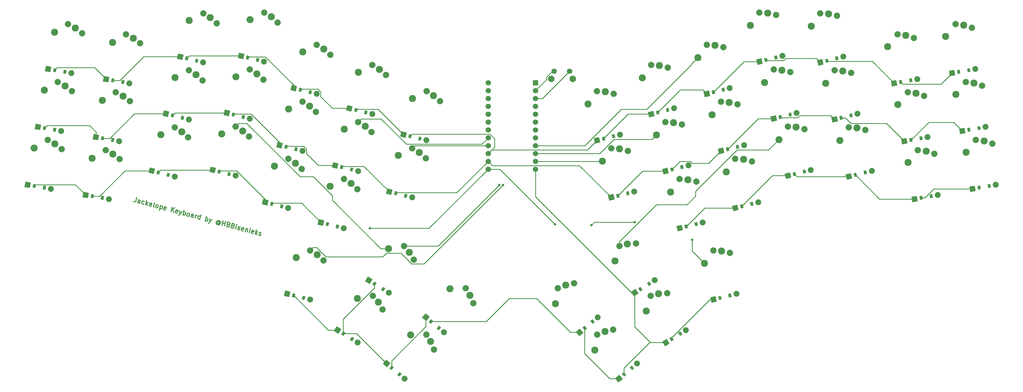
<source format=gbr>
%TF.GenerationSoftware,KiCad,Pcbnew,5.1.12-1.fc35*%
%TF.CreationDate,2022-03-12T21:09:43-08:00*%
%TF.ProjectId,jackalope_unibody,6a61636b-616c-46f7-9065-5f756e69626f,v1.0.0*%
%TF.SameCoordinates,Original*%
%TF.FileFunction,Copper,L2,Bot*%
%TF.FilePolarity,Positive*%
%FSLAX46Y46*%
G04 Gerber Fmt 4.6, Leading zero omitted, Abs format (unit mm)*
G04 Created by KiCad (PCBNEW 5.1.12-1.fc35) date 2022-03-12 21:09:43*
%MOMM*%
%LPD*%
G01*
G04 APERTURE LIST*
%TA.AperFunction,NonConductor*%
%ADD10C,0.300000*%
%TD*%
%TA.AperFunction,ComponentPad*%
%ADD11C,2.100000*%
%TD*%
%TA.AperFunction,ComponentPad*%
%ADD12C,1.750000*%
%TD*%
%TA.AperFunction,ComponentPad*%
%ADD13C,2.286000*%
%TD*%
%TA.AperFunction,ComponentPad*%
%ADD14C,2.032000*%
%TD*%
%TA.AperFunction,SMDPad,CuDef*%
%ADD15C,0.100000*%
%TD*%
%TA.AperFunction,ComponentPad*%
%ADD16C,1.905000*%
%TD*%
%TA.AperFunction,ComponentPad*%
%ADD17C,0.100000*%
%TD*%
%TA.AperFunction,ComponentPad*%
%ADD18R,1.752600X1.752600*%
%TD*%
%TA.AperFunction,ComponentPad*%
%ADD19C,1.752600*%
%TD*%
%TA.AperFunction,ViaPad*%
%ADD20C,0.800000*%
%TD*%
%TA.AperFunction,Conductor*%
%ADD21C,0.250000*%
%TD*%
G04 APERTURE END LIST*
D10*
X29773132Y-12863796D02*
X29495826Y-13898716D01*
X29371370Y-14087213D01*
X29196406Y-14188229D01*
X28970935Y-14201762D01*
X28832946Y-14164788D01*
X30695803Y-14663939D02*
X30899161Y-13904997D01*
X30867140Y-13748521D01*
X30747638Y-13642552D01*
X30471659Y-13568604D01*
X30315182Y-13600624D01*
X30714290Y-14594944D02*
X30557813Y-14626965D01*
X30212840Y-14534529D01*
X30093338Y-14428561D01*
X30061317Y-14272084D01*
X30098291Y-14134095D01*
X30204260Y-14014592D01*
X30360736Y-13982572D01*
X30705710Y-14075007D01*
X30862186Y-14042987D01*
X32025189Y-14946199D02*
X31868713Y-14978219D01*
X31592734Y-14904271D01*
X31473232Y-14798302D01*
X31422724Y-14710820D01*
X31390703Y-14554344D01*
X31501626Y-14140376D01*
X31607595Y-14020873D01*
X31695076Y-13970366D01*
X31851553Y-13938345D01*
X32127532Y-14012293D01*
X32247034Y-14118262D01*
X32627654Y-15181577D02*
X33015883Y-13732688D01*
X32913540Y-14666594D02*
X33179612Y-15329474D01*
X33438431Y-14363548D02*
X32738577Y-14767609D01*
X34421517Y-15662241D02*
X34624875Y-14903299D01*
X34592854Y-14746823D01*
X34473352Y-14640854D01*
X34197373Y-14566906D01*
X34040896Y-14598926D01*
X34440004Y-15593246D02*
X34283527Y-15625267D01*
X33938554Y-15532832D01*
X33819051Y-15426863D01*
X33787031Y-15270386D01*
X33824005Y-15132397D01*
X33929974Y-15012894D01*
X34086450Y-14980874D01*
X34431424Y-15073309D01*
X34587900Y-15041289D01*
X35318448Y-15902573D02*
X35198945Y-15796604D01*
X35166925Y-15640128D01*
X35499692Y-14398223D01*
X36077390Y-16105931D02*
X35957887Y-15999962D01*
X35907380Y-15912480D01*
X35875359Y-15756004D01*
X35986281Y-15342036D01*
X36092250Y-15222533D01*
X36179732Y-15172026D01*
X36336209Y-15140005D01*
X36543193Y-15195466D01*
X36662695Y-15301435D01*
X36713203Y-15388917D01*
X36745223Y-15545393D01*
X36634301Y-15959362D01*
X36528332Y-16078864D01*
X36440850Y-16129372D01*
X36284374Y-16161392D01*
X36077390Y-16105931D01*
X37440124Y-15435798D02*
X37051895Y-16884687D01*
X37421637Y-15504793D02*
X37578113Y-15472772D01*
X37854092Y-15546721D01*
X37973594Y-15652690D01*
X38024102Y-15740171D01*
X38056123Y-15896648D01*
X37945200Y-16310616D01*
X37839231Y-16430118D01*
X37751749Y-16480626D01*
X37595273Y-16512646D01*
X37319294Y-16438698D01*
X37199792Y-16332729D01*
X39062649Y-16831880D02*
X38906172Y-16863901D01*
X38630193Y-16789953D01*
X38510691Y-16683984D01*
X38478671Y-16527507D01*
X38626567Y-15975550D01*
X38732536Y-15856047D01*
X38889013Y-15824027D01*
X39164991Y-15897975D01*
X39284494Y-16003944D01*
X39316514Y-16160420D01*
X39279540Y-16298410D01*
X38552619Y-16251528D01*
X40838024Y-17381539D02*
X41226253Y-15932650D01*
X41665960Y-17603384D02*
X41266853Y-16609064D01*
X42054189Y-16154495D02*
X41004408Y-16760587D01*
X42857357Y-17848669D02*
X42700881Y-17880690D01*
X42424902Y-17806742D01*
X42305400Y-17700773D01*
X42273379Y-17544296D01*
X42421276Y-16992339D01*
X42527245Y-16872836D01*
X42683721Y-16840816D01*
X42959700Y-16914764D01*
X43079202Y-17020733D01*
X43111223Y-17177210D01*
X43074249Y-17315199D01*
X42347328Y-17268318D01*
X43649647Y-17099635D02*
X43735801Y-18157996D01*
X44339594Y-17284506D02*
X43735801Y-18157996D01*
X43505377Y-18465995D01*
X43417895Y-18516503D01*
X43261418Y-18548524D01*
X44632733Y-18398328D02*
X45020961Y-16949439D01*
X44873065Y-17501397D02*
X45029541Y-17469376D01*
X45305520Y-17543325D01*
X45425022Y-17649294D01*
X45475530Y-17736775D01*
X45507550Y-17893252D01*
X45396628Y-18307220D01*
X45290659Y-18426722D01*
X45203177Y-18477230D01*
X45046701Y-18509251D01*
X44770722Y-18435302D01*
X44651220Y-18329333D01*
X46150616Y-18805044D02*
X46031114Y-18699075D01*
X45980606Y-18611593D01*
X45948585Y-18455117D01*
X46059508Y-18041148D01*
X46165477Y-17921646D01*
X46252959Y-17871138D01*
X46409435Y-17839118D01*
X46616419Y-17894579D01*
X46735921Y-18000548D01*
X46786429Y-18088030D01*
X46818450Y-18244506D01*
X46707527Y-18658474D01*
X46601558Y-18777977D01*
X46514077Y-18828484D01*
X46357600Y-18860505D01*
X46150616Y-18805044D01*
X47875484Y-19267221D02*
X48078841Y-18508279D01*
X48046821Y-18351802D01*
X47927318Y-18245834D01*
X47651340Y-18171885D01*
X47494863Y-18203906D01*
X47893971Y-19198226D02*
X47737494Y-19230246D01*
X47392521Y-19137811D01*
X47273018Y-19031842D01*
X47240998Y-18875366D01*
X47277972Y-18737376D01*
X47383941Y-18617874D01*
X47540417Y-18585853D01*
X47885391Y-18678289D01*
X48041867Y-18646268D01*
X48565431Y-19452091D02*
X48824250Y-18486166D01*
X48750301Y-18762144D02*
X48856270Y-18642642D01*
X48943752Y-18592134D01*
X49100228Y-18560114D01*
X49238218Y-18597088D01*
X50083314Y-19858807D02*
X50471543Y-18409918D01*
X50101801Y-19789812D02*
X49945325Y-19821833D01*
X49669346Y-19747885D01*
X49549843Y-19641916D01*
X49499336Y-19554434D01*
X49467315Y-19397957D01*
X49578238Y-18983989D01*
X49684207Y-18864487D01*
X49771688Y-18813979D01*
X49928165Y-18781959D01*
X50204144Y-18855907D01*
X50323646Y-18961876D01*
X51877176Y-20339471D02*
X52265405Y-18890582D01*
X52117508Y-19442540D02*
X52273985Y-19410519D01*
X52549964Y-19484468D01*
X52669466Y-19590436D01*
X52719973Y-19677918D01*
X52751994Y-19834395D01*
X52641072Y-20248363D01*
X52535103Y-20367865D01*
X52447621Y-20418373D01*
X52291144Y-20450393D01*
X52015166Y-20376445D01*
X51895663Y-20270476D01*
X53308905Y-19687825D02*
X53395060Y-20746187D01*
X53998852Y-19872696D02*
X53395060Y-20746187D01*
X53164635Y-21054186D01*
X53077153Y-21104694D01*
X52920677Y-21136714D01*
X56477708Y-20832697D02*
X56427200Y-20745215D01*
X56307698Y-20639246D01*
X56169709Y-20602272D01*
X56013232Y-20634292D01*
X55925750Y-20684800D01*
X55819781Y-20804302D01*
X55782807Y-20942292D01*
X55814828Y-21098768D01*
X55865335Y-21186250D01*
X55984838Y-21292219D01*
X56122827Y-21329193D01*
X56279304Y-21297173D01*
X56366785Y-21246665D01*
X56514682Y-20694707D02*
X56366785Y-21246665D01*
X56417293Y-21334147D01*
X56486288Y-21352634D01*
X56642764Y-21320613D01*
X56748733Y-21201111D01*
X56841169Y-20856137D01*
X56758640Y-20612179D01*
X56588630Y-20418728D01*
X56331139Y-20275785D01*
X56036673Y-20270832D01*
X55792715Y-20353360D01*
X55599264Y-20523370D01*
X55456321Y-20780862D01*
X55451367Y-21075328D01*
X55533895Y-21319286D01*
X55703905Y-21512737D01*
X55961397Y-21655680D01*
X56255863Y-21660633D01*
X56499821Y-21578105D01*
X57258763Y-21781463D02*
X57646992Y-20332574D01*
X57462121Y-21022521D02*
X58290057Y-21244366D01*
X58086699Y-22003308D02*
X58474928Y-20554419D01*
X59462967Y-21558646D02*
X59651464Y-21683102D01*
X59701972Y-21770584D01*
X59733992Y-21927060D01*
X59678531Y-22134044D01*
X59572562Y-22253547D01*
X59485081Y-22304054D01*
X59328604Y-22336075D01*
X58776646Y-22188178D01*
X59164875Y-20739290D01*
X59647838Y-20868699D01*
X59767340Y-20974668D01*
X59817848Y-21062150D01*
X59849868Y-21218626D01*
X59812894Y-21356616D01*
X59706925Y-21476118D01*
X59619444Y-21526626D01*
X59462967Y-21558646D01*
X58980004Y-21429237D01*
X60911856Y-21946875D02*
X61100353Y-22071331D01*
X61150861Y-22158812D01*
X61182881Y-22315289D01*
X61127420Y-22522273D01*
X61021451Y-22641775D01*
X60933969Y-22692283D01*
X60777493Y-22724304D01*
X60225535Y-22576407D01*
X60613764Y-21127518D01*
X61096727Y-21256928D01*
X61216229Y-21362897D01*
X61266737Y-21450378D01*
X61298757Y-21606855D01*
X61261783Y-21744844D01*
X61155814Y-21864347D01*
X61068332Y-21914854D01*
X60911856Y-21946875D01*
X60428893Y-21817465D01*
X61674424Y-22964636D02*
X61933243Y-21998710D01*
X62062652Y-21515747D02*
X61975171Y-21566254D01*
X62025678Y-21653736D01*
X62113160Y-21603229D01*
X62062652Y-21515747D01*
X62025678Y-21653736D01*
X62313863Y-23062025D02*
X62433366Y-23167993D01*
X62709344Y-23241942D01*
X62865821Y-23209921D01*
X62971790Y-23090419D01*
X62990277Y-23021424D01*
X62958256Y-22864948D01*
X62838754Y-22758979D01*
X62631770Y-22703518D01*
X62512268Y-22597549D01*
X62480247Y-22441072D01*
X62498734Y-22372077D01*
X62604703Y-22252575D01*
X62761179Y-22220555D01*
X62968164Y-22276016D01*
X63087666Y-22381985D01*
X64107726Y-23542688D02*
X63951249Y-23574709D01*
X63675270Y-23500761D01*
X63555768Y-23394792D01*
X63523747Y-23238315D01*
X63671644Y-22686358D01*
X63777613Y-22566855D01*
X63934089Y-22534835D01*
X64210068Y-22608783D01*
X64329570Y-22714752D01*
X64361591Y-22871228D01*
X64324617Y-23009218D01*
X63597696Y-22962337D01*
X65038005Y-22830628D02*
X64779186Y-23796554D01*
X65001030Y-22968617D02*
X65088512Y-22918110D01*
X65244989Y-22886089D01*
X65451973Y-22941551D01*
X65571475Y-23047519D01*
X65603496Y-23203996D01*
X65400138Y-23962938D01*
X66090085Y-24147808D02*
X66348904Y-23181882D01*
X66478313Y-22698920D02*
X66390832Y-22749427D01*
X66441339Y-22836909D01*
X66528821Y-22786401D01*
X66478313Y-22698920D01*
X66441339Y-22836909D01*
X67350477Y-24411581D02*
X67194000Y-24443602D01*
X66918021Y-24369653D01*
X66798519Y-24263684D01*
X66766498Y-24107208D01*
X66914395Y-23555250D01*
X67020364Y-23435748D01*
X67176840Y-23403727D01*
X67452819Y-23477676D01*
X67572321Y-23583645D01*
X67604342Y-23740121D01*
X67567368Y-23878110D01*
X66840447Y-23831229D01*
X68021936Y-24665446D02*
X68410165Y-23216558D01*
X68307823Y-24150463D02*
X68573894Y-24813343D01*
X68832713Y-23847417D02*
X68132859Y-24251478D01*
X69144339Y-24892245D02*
X69263841Y-24998214D01*
X69539820Y-25072162D01*
X69696296Y-25040141D01*
X69802265Y-24920639D01*
X69820752Y-24851644D01*
X69788732Y-24695168D01*
X69669229Y-24589199D01*
X69462245Y-24533738D01*
X69342743Y-24427769D01*
X69310722Y-24271293D01*
X69329210Y-24202298D01*
X69435178Y-24082796D01*
X69591655Y-24050775D01*
X69798639Y-24106236D01*
X69918141Y-24212205D01*
D11*
%TO.P,RESET,*%
%TO.N,*%
X163500000Y25510000D03*
D12*
%TO.P,RESET,1*%
%TO.N,GND*%
X164500000Y28000000D03*
%TO.P,RESET,2*%
%TO.N,RST*%
X169500000Y28000000D03*
D11*
%TO.P,RESET,*%
%TO.N,*%
X170510000Y25510000D03*
%TD*%
D13*
%TO.P,S1,1*%
%TO.N,outer_bottom*%
X3383544Y4561757D03*
%TO.P,S1,2*%
%TO.N,P1*%
X-3311051Y3163011D03*
%TD*%
D14*
%TO.P,S2,1*%
%TO.N,outer_bottom*%
X5583902Y2874029D03*
%TO.P,S2,2*%
%TO.N,P1*%
X1024524Y5810366D03*
%TD*%
%TA.AperFunction,SMDPad,CuDef*%
D15*
%TO.P,D1,2*%
%TO.N,outer_bottom*%
G36*
X-572077Y-10154936D02*
G01*
X-363700Y-8973167D01*
X522627Y-9129450D01*
X314250Y-10311219D01*
X-572077Y-10154936D01*
G37*
%TD.AperFunction*%
%TA.AperFunction,SMDPad,CuDef*%
%TO.P,D1,1*%
%TO.N,P9*%
G36*
X-3821943Y-9581898D02*
G01*
X-3613566Y-8400129D01*
X-2727239Y-8556412D01*
X-2935616Y-9738181D01*
X-3821943Y-9581898D01*
G37*
%TD.AperFunction*%
D16*
%TO.N,outer_bottom*%
X2102460Y-10017274D03*
%TA.AperFunction,ComponentPad*%
D17*
%TO.P,D1,2*%
%TO.N,P9*%
G36*
X-6431643Y-9415195D02*
G01*
X-6122897Y-7664207D01*
X-4371909Y-7972953D01*
X-4680655Y-9723941D01*
X-6431643Y-9415195D01*
G37*
%TD.AperFunction*%
%TD*%
D13*
%TO.P,S3,1*%
%TO.N,outer_home*%
X6682859Y23273104D03*
%TO.P,S3,2*%
%TO.N,P1*%
X-11736Y21874358D03*
%TD*%
D14*
%TO.P,S4,1*%
%TO.N,outer_home*%
X8883217Y21585376D03*
%TO.P,S4,2*%
%TO.N,P1*%
X4323839Y24521713D03*
%TD*%
%TA.AperFunction,SMDPad,CuDef*%
D15*
%TO.P,D2,2*%
%TO.N,outer_home*%
G36*
X2727239Y8556412D02*
G01*
X2935616Y9738181D01*
X3821943Y9581898D01*
X3613566Y8400129D01*
X2727239Y8556412D01*
G37*
%TD.AperFunction*%
%TA.AperFunction,SMDPad,CuDef*%
%TO.P,D2,1*%
%TO.N,P8*%
G36*
X-522627Y9129450D02*
G01*
X-314250Y10311219D01*
X572077Y10154936D01*
X363700Y8973167D01*
X-522627Y9129450D01*
G37*
%TD.AperFunction*%
D16*
%TO.N,outer_home*%
X5401776Y8694074D03*
%TA.AperFunction,ComponentPad*%
D17*
%TO.P,D2,2*%
%TO.N,P8*%
G36*
X-3132327Y9296153D02*
G01*
X-2823581Y11047141D01*
X-1072593Y10738395D01*
X-1381339Y8987407D01*
X-3132327Y9296153D01*
G37*
%TD.AperFunction*%
%TD*%
D13*
%TO.P,S5,1*%
%TO.N,outer_top*%
X9982175Y41984452D03*
%TO.P,S5,2*%
%TO.N,P1*%
X3287580Y40585706D03*
%TD*%
D14*
%TO.P,S6,1*%
%TO.N,outer_top*%
X12182533Y40296724D03*
%TO.P,S6,2*%
%TO.N,P1*%
X7623155Y43233061D03*
%TD*%
%TA.AperFunction,SMDPad,CuDef*%
D15*
%TO.P,D3,2*%
%TO.N,outer_top*%
G36*
X6026554Y27267759D02*
G01*
X6234931Y28449528D01*
X7121258Y28293245D01*
X6912881Y27111476D01*
X6026554Y27267759D01*
G37*
%TD.AperFunction*%
%TA.AperFunction,SMDPad,CuDef*%
%TO.P,D3,1*%
%TO.N,P7*%
G36*
X2776688Y27840797D02*
G01*
X2985065Y29022566D01*
X3871392Y28866283D01*
X3663015Y27684514D01*
X2776688Y27840797D01*
G37*
%TD.AperFunction*%
D16*
%TO.N,outer_top*%
X8701091Y27405421D03*
%TA.AperFunction,ComponentPad*%
D17*
%TO.P,D3,2*%
%TO.N,P7*%
G36*
X166988Y28007500D02*
G01*
X475734Y29758488D01*
X2226722Y29449742D01*
X1917976Y27698754D01*
X166988Y28007500D01*
G37*
%TD.AperFunction*%
%TD*%
D13*
%TO.P,S7,1*%
%TO.N,pinky_bottom*%
X22094891Y1262442D03*
%TO.P,S7,2*%
%TO.N,P0*%
X15400296Y-136304D03*
%TD*%
D14*
%TO.P,S8,1*%
%TO.N,pinky_bottom*%
X24295249Y-425286D03*
%TO.P,S8,2*%
%TO.N,P0*%
X19735871Y2511051D03*
%TD*%
%TA.AperFunction,SMDPad,CuDef*%
D15*
%TO.P,D4,2*%
%TO.N,pinky_bottom*%
G36*
X18139271Y-13454251D02*
G01*
X18347648Y-12272482D01*
X19233975Y-12428765D01*
X19025598Y-13610534D01*
X18139271Y-13454251D01*
G37*
%TD.AperFunction*%
%TA.AperFunction,SMDPad,CuDef*%
%TO.P,D4,1*%
%TO.N,P9*%
G36*
X14889405Y-12881213D02*
G01*
X15097782Y-11699444D01*
X15984109Y-11855727D01*
X15775732Y-13037496D01*
X14889405Y-12881213D01*
G37*
%TD.AperFunction*%
D16*
%TO.N,pinky_bottom*%
X20813808Y-13316589D03*
%TA.AperFunction,ComponentPad*%
D17*
%TO.P,D4,2*%
%TO.N,P9*%
G36*
X12279705Y-12714510D02*
G01*
X12588451Y-10963522D01*
X14339439Y-11272268D01*
X14030693Y-13023256D01*
X12279705Y-12714510D01*
G37*
%TD.AperFunction*%
%TD*%
D13*
%TO.P,S9,1*%
%TO.N,pinky_home*%
X25394207Y19973789D03*
%TO.P,S9,2*%
%TO.N,P0*%
X18699612Y18575043D03*
%TD*%
D14*
%TO.P,S10,1*%
%TO.N,pinky_home*%
X27594565Y18286061D03*
%TO.P,S10,2*%
%TO.N,P0*%
X23035187Y21222398D03*
%TD*%
%TA.AperFunction,SMDPad,CuDef*%
D15*
%TO.P,D5,2*%
%TO.N,pinky_home*%
G36*
X21438586Y5257096D02*
G01*
X21646963Y6438865D01*
X22533290Y6282582D01*
X22324913Y5100813D01*
X21438586Y5257096D01*
G37*
%TD.AperFunction*%
%TA.AperFunction,SMDPad,CuDef*%
%TO.P,D5,1*%
%TO.N,P8*%
G36*
X18188720Y5830134D02*
G01*
X18397097Y7011903D01*
X19283424Y6855620D01*
X19075047Y5673851D01*
X18188720Y5830134D01*
G37*
%TD.AperFunction*%
D16*
%TO.N,pinky_home*%
X24113123Y5394758D03*
%TA.AperFunction,ComponentPad*%
D17*
%TO.P,D5,2*%
%TO.N,P8*%
G36*
X15579020Y5996837D02*
G01*
X15887766Y7747825D01*
X17638754Y7439079D01*
X17330008Y5688091D01*
X15579020Y5996837D01*
G37*
%TD.AperFunction*%
%TD*%
D13*
%TO.P,S11,1*%
%TO.N,pinky_top*%
X28693522Y38685136D03*
%TO.P,S11,2*%
%TO.N,P0*%
X21998927Y37286390D03*
%TD*%
D14*
%TO.P,S12,1*%
%TO.N,pinky_top*%
X30893880Y36997408D03*
%TO.P,S12,2*%
%TO.N,P0*%
X26334502Y39933745D03*
%TD*%
%TA.AperFunction,SMDPad,CuDef*%
D15*
%TO.P,D6,2*%
%TO.N,pinky_top*%
G36*
X24737901Y23968444D02*
G01*
X24946278Y25150213D01*
X25832605Y24993930D01*
X25624228Y23812161D01*
X24737901Y23968444D01*
G37*
%TD.AperFunction*%
%TA.AperFunction,SMDPad,CuDef*%
%TO.P,D6,1*%
%TO.N,P7*%
G36*
X21488035Y24541482D02*
G01*
X21696412Y25723251D01*
X22582739Y25566968D01*
X22374362Y24385199D01*
X21488035Y24541482D01*
G37*
%TD.AperFunction*%
D16*
%TO.N,pinky_top*%
X27412438Y24106106D03*
%TA.AperFunction,ComponentPad*%
D17*
%TO.P,D6,2*%
%TO.N,P7*%
G36*
X18878335Y24708185D02*
G01*
X19187081Y26459173D01*
X20938069Y26150427D01*
X20629323Y24399439D01*
X18878335Y24708185D01*
G37*
%TD.AperFunction*%
%TD*%
D13*
%TO.P,S13,1*%
%TO.N,ring_bottom*%
X44323043Y8438670D03*
%TO.P,S13,2*%
%TO.N,P2*%
X37547184Y7510323D03*
%TD*%
D14*
%TO.P,S14,1*%
%TO.N,ring_bottom*%
X46400311Y6601563D03*
%TO.P,S14,2*%
%TO.N,P2*%
X42056868Y9848794D03*
%TD*%
%TA.AperFunction,SMDPad,CuDef*%
D15*
%TO.P,D7,2*%
%TO.N,ring_bottom*%
G36*
X39350473Y-5966244D02*
G01*
X39640779Y-4801889D01*
X40514045Y-5019618D01*
X40223739Y-6183973D01*
X39350473Y-5966244D01*
G37*
%TD.AperFunction*%
%TA.AperFunction,SMDPad,CuDef*%
%TO.P,D7,1*%
%TO.N,P9*%
G36*
X36148497Y-5167902D02*
G01*
X36438803Y-4003547D01*
X37312069Y-4221276D01*
X37021763Y-5385631D01*
X36148497Y-5167902D01*
G37*
%TD.AperFunction*%
D16*
%TO.N,ring_bottom*%
X42028098Y-6015482D03*
%TA.AperFunction,ComponentPad*%
D17*
%TO.P,D7,2*%
%TO.N,P9*%
G36*
X33556783Y-4819562D02*
G01*
X33986920Y-3094377D01*
X35712105Y-3524514D01*
X35281968Y-5249699D01*
X33556783Y-4819562D01*
G37*
%TD.AperFunction*%
%TD*%
D13*
%TO.P,S15,1*%
%TO.N,ring_home*%
X48919559Y26874289D03*
%TO.P,S15,2*%
%TO.N,P2*%
X42143700Y25945942D03*
%TD*%
D14*
%TO.P,S16,1*%
%TO.N,ring_home*%
X50996827Y25037182D03*
%TO.P,S16,2*%
%TO.N,P2*%
X46653384Y28284413D03*
%TD*%
%TA.AperFunction,SMDPad,CuDef*%
D15*
%TO.P,D8,2*%
%TO.N,ring_home*%
G36*
X43946989Y12469375D02*
G01*
X44237295Y13633730D01*
X45110561Y13416001D01*
X44820255Y12251646D01*
X43946989Y12469375D01*
G37*
%TD.AperFunction*%
%TA.AperFunction,SMDPad,CuDef*%
%TO.P,D8,1*%
%TO.N,P8*%
G36*
X40745013Y13267717D02*
G01*
X41035319Y14432072D01*
X41908585Y14214343D01*
X41618279Y13049988D01*
X40745013Y13267717D01*
G37*
%TD.AperFunction*%
D16*
%TO.N,ring_home*%
X46624614Y12420137D03*
%TA.AperFunction,ComponentPad*%
D17*
%TO.P,D8,2*%
%TO.N,P8*%
G36*
X38153299Y13616057D02*
G01*
X38583436Y15341242D01*
X40308621Y14911105D01*
X39878484Y13185920D01*
X38153299Y13616057D01*
G37*
%TD.AperFunction*%
%TD*%
D13*
%TO.P,S17,1*%
%TO.N,ring_top*%
X53516075Y45309908D03*
%TO.P,S17,2*%
%TO.N,P2*%
X46740216Y44381561D03*
%TD*%
D14*
%TO.P,S18,1*%
%TO.N,ring_top*%
X55593343Y43472801D03*
%TO.P,S18,2*%
%TO.N,P2*%
X51249900Y46720032D03*
%TD*%
%TA.AperFunction,SMDPad,CuDef*%
D15*
%TO.P,D9,2*%
%TO.N,ring_top*%
G36*
X48543505Y30904993D02*
G01*
X48833811Y32069348D01*
X49707077Y31851619D01*
X49416771Y30687264D01*
X48543505Y30904993D01*
G37*
%TD.AperFunction*%
%TA.AperFunction,SMDPad,CuDef*%
%TO.P,D9,1*%
%TO.N,P7*%
G36*
X45341529Y31703335D02*
G01*
X45631835Y32867690D01*
X46505101Y32649961D01*
X46214795Y31485606D01*
X45341529Y31703335D01*
G37*
%TD.AperFunction*%
D16*
%TO.N,ring_top*%
X51221130Y30855755D03*
%TA.AperFunction,ComponentPad*%
D17*
%TO.P,D9,2*%
%TO.N,P7*%
G36*
X42749815Y32051675D02*
G01*
X43179952Y33776860D01*
X44905137Y33346723D01*
X44475000Y31621538D01*
X42749815Y32051675D01*
G37*
%TD.AperFunction*%
%TD*%
D13*
%TO.P,S19,1*%
%TO.N,middle_bottom*%
X63968271Y8693633D03*
%TO.P,S19,2*%
%TO.N,P3*%
X57192412Y7765286D03*
%TD*%
D14*
%TO.P,S20,1*%
%TO.N,middle_bottom*%
X66045539Y6856526D03*
%TO.P,S20,2*%
%TO.N,P3*%
X61702096Y10103757D03*
%TD*%
%TA.AperFunction,SMDPad,CuDef*%
D15*
%TO.P,D10,2*%
%TO.N,middle_bottom*%
G36*
X58995701Y-5711282D02*
G01*
X59286007Y-4546927D01*
X60159273Y-4764656D01*
X59868967Y-5929011D01*
X58995701Y-5711282D01*
G37*
%TD.AperFunction*%
%TA.AperFunction,SMDPad,CuDef*%
%TO.P,D10,1*%
%TO.N,P9*%
G36*
X55793725Y-4912940D02*
G01*
X56084031Y-3748585D01*
X56957297Y-3966314D01*
X56666991Y-5130669D01*
X55793725Y-4912940D01*
G37*
%TD.AperFunction*%
D16*
%TO.N,middle_bottom*%
X61673326Y-5760520D03*
%TA.AperFunction,ComponentPad*%
D17*
%TO.P,D10,2*%
%TO.N,P9*%
G36*
X53202011Y-4564600D02*
G01*
X53632148Y-2839415D01*
X55357333Y-3269552D01*
X54927196Y-4994737D01*
X53202011Y-4564600D01*
G37*
%TD.AperFunction*%
%TD*%
D13*
%TO.P,S21,1*%
%TO.N,middle_home*%
X68564787Y27129252D03*
%TO.P,S21,2*%
%TO.N,P3*%
X61788928Y26200905D03*
%TD*%
D14*
%TO.P,S22,1*%
%TO.N,middle_home*%
X70642055Y25292145D03*
%TO.P,S22,2*%
%TO.N,P3*%
X66298612Y28539376D03*
%TD*%
%TA.AperFunction,SMDPad,CuDef*%
D15*
%TO.P,D11,2*%
%TO.N,middle_home*%
G36*
X63592217Y12724337D02*
G01*
X63882523Y13888692D01*
X64755789Y13670963D01*
X64465483Y12506608D01*
X63592217Y12724337D01*
G37*
%TD.AperFunction*%
%TA.AperFunction,SMDPad,CuDef*%
%TO.P,D11,1*%
%TO.N,P8*%
G36*
X60390241Y13522679D02*
G01*
X60680547Y14687034D01*
X61553813Y14469305D01*
X61263507Y13304950D01*
X60390241Y13522679D01*
G37*
%TD.AperFunction*%
D16*
%TO.N,middle_home*%
X66269842Y12675099D03*
%TA.AperFunction,ComponentPad*%
D17*
%TO.P,D11,2*%
%TO.N,P8*%
G36*
X57798527Y13871019D02*
G01*
X58228664Y15596204D01*
X59953849Y15166067D01*
X59523712Y13440882D01*
X57798527Y13871019D01*
G37*
%TD.AperFunction*%
%TD*%
D13*
%TO.P,S23,1*%
%TO.N,middle_top*%
X73161303Y45564870D03*
%TO.P,S23,2*%
%TO.N,P3*%
X66385444Y44636523D03*
%TD*%
D14*
%TO.P,S24,1*%
%TO.N,middle_top*%
X75238571Y43727763D03*
%TO.P,S24,2*%
%TO.N,P3*%
X70895128Y46974994D03*
%TD*%
%TA.AperFunction,SMDPad,CuDef*%
D15*
%TO.P,D12,2*%
%TO.N,middle_top*%
G36*
X68188733Y31159956D02*
G01*
X68479039Y32324311D01*
X69352305Y32106582D01*
X69061999Y30942227D01*
X68188733Y31159956D01*
G37*
%TD.AperFunction*%
%TA.AperFunction,SMDPad,CuDef*%
%TO.P,D12,1*%
%TO.N,P7*%
G36*
X64986757Y31958298D02*
G01*
X65277063Y33122653D01*
X66150329Y32904924D01*
X65860023Y31740569D01*
X64986757Y31958298D01*
G37*
%TD.AperFunction*%
D16*
%TO.N,middle_top*%
X70866358Y31110718D03*
%TA.AperFunction,ComponentPad*%
D17*
%TO.P,D12,2*%
%TO.N,P7*%
G36*
X62395043Y32306638D02*
G01*
X62825180Y34031823D01*
X64550365Y33601686D01*
X64120228Y31876501D01*
X62395043Y32306638D01*
G37*
%TD.AperFunction*%
%TD*%
D13*
%TO.P,S25,1*%
%TO.N,index_bottom*%
X80952359Y-1724658D03*
%TO.P,S25,2*%
%TO.N,P4*%
X74176500Y-2653005D03*
%TD*%
D14*
%TO.P,S26,1*%
%TO.N,index_bottom*%
X83029627Y-3561765D03*
%TO.P,S26,2*%
%TO.N,P4*%
X78686184Y-314534D03*
%TD*%
%TA.AperFunction,SMDPad,CuDef*%
D15*
%TO.P,D13,2*%
%TO.N,index_bottom*%
G36*
X75979789Y-16129572D02*
G01*
X76270095Y-14965217D01*
X77143361Y-15182946D01*
X76853055Y-16347301D01*
X75979789Y-16129572D01*
G37*
%TD.AperFunction*%
%TA.AperFunction,SMDPad,CuDef*%
%TO.P,D13,1*%
%TO.N,P9*%
G36*
X72777813Y-15331230D02*
G01*
X73068119Y-14166875D01*
X73941385Y-14384604D01*
X73651079Y-15548959D01*
X72777813Y-15331230D01*
G37*
%TD.AperFunction*%
D16*
%TO.N,index_bottom*%
X78657414Y-16178810D03*
%TA.AperFunction,ComponentPad*%
D17*
%TO.P,D13,2*%
%TO.N,P9*%
G36*
X70186099Y-14982890D02*
G01*
X70616236Y-13257705D01*
X72341421Y-13687842D01*
X71911284Y-15413027D01*
X70186099Y-14982890D01*
G37*
%TD.AperFunction*%
%TD*%
D13*
%TO.P,S27,1*%
%TO.N,index_home*%
X85548875Y16710961D03*
%TO.P,S27,2*%
%TO.N,P4*%
X78773016Y15782614D03*
%TD*%
D14*
%TO.P,S28,1*%
%TO.N,index_home*%
X87626143Y14873854D03*
%TO.P,S28,2*%
%TO.N,P4*%
X83282700Y18121085D03*
%TD*%
%TA.AperFunction,SMDPad,CuDef*%
D15*
%TO.P,D14,2*%
%TO.N,index_home*%
G36*
X80576305Y2306047D02*
G01*
X80866611Y3470402D01*
X81739877Y3252673D01*
X81449571Y2088318D01*
X80576305Y2306047D01*
G37*
%TD.AperFunction*%
%TA.AperFunction,SMDPad,CuDef*%
%TO.P,D14,1*%
%TO.N,P8*%
G36*
X77374329Y3104389D02*
G01*
X77664635Y4268744D01*
X78537901Y4051015D01*
X78247595Y2886660D01*
X77374329Y3104389D01*
G37*
%TD.AperFunction*%
D16*
%TO.N,index_home*%
X83253930Y2256809D03*
%TA.AperFunction,ComponentPad*%
D17*
%TO.P,D14,2*%
%TO.N,P8*%
G36*
X74782615Y3452729D02*
G01*
X75212752Y5177914D01*
X76937937Y4747777D01*
X76507800Y3022592D01*
X74782615Y3452729D01*
G37*
%TD.AperFunction*%
%TD*%
D13*
%TO.P,S29,1*%
%TO.N,index_top*%
X90145391Y35146580D03*
%TO.P,S29,2*%
%TO.N,P4*%
X83369532Y34218233D03*
%TD*%
D14*
%TO.P,S30,1*%
%TO.N,index_top*%
X92222659Y33309473D03*
%TO.P,S30,2*%
%TO.N,P4*%
X87879216Y36556704D03*
%TD*%
%TA.AperFunction,SMDPad,CuDef*%
D15*
%TO.P,D15,2*%
%TO.N,index_top*%
G36*
X85172821Y20741666D02*
G01*
X85463127Y21906021D01*
X86336393Y21688292D01*
X86046087Y20523937D01*
X85172821Y20741666D01*
G37*
%TD.AperFunction*%
%TA.AperFunction,SMDPad,CuDef*%
%TO.P,D15,1*%
%TO.N,P7*%
G36*
X81970845Y21540008D02*
G01*
X82261151Y22704363D01*
X83134417Y22486634D01*
X82844111Y21322279D01*
X81970845Y21540008D01*
G37*
%TD.AperFunction*%
D16*
%TO.N,index_top*%
X87850446Y20692428D03*
%TA.AperFunction,ComponentPad*%
D17*
%TO.P,D15,2*%
%TO.N,P7*%
G36*
X79379131Y21888348D02*
G01*
X79809268Y23613533D01*
X81534453Y23183396D01*
X81104316Y21458211D01*
X79379131Y21888348D01*
G37*
%TD.AperFunction*%
%TD*%
D13*
%TO.P,S31,1*%
%TO.N,inner_bottom*%
X98904134Y-8261765D03*
%TO.P,S31,2*%
%TO.N,P5*%
X92128275Y-9190112D03*
%TD*%
D14*
%TO.P,S32,1*%
%TO.N,inner_bottom*%
X100981402Y-10098872D03*
%TO.P,S32,2*%
%TO.N,P5*%
X96637959Y-6851641D03*
%TD*%
%TA.AperFunction,SMDPad,CuDef*%
D15*
%TO.P,D16,2*%
%TO.N,inner_bottom*%
G36*
X93931564Y-22666680D02*
G01*
X94221870Y-21502325D01*
X95095136Y-21720054D01*
X94804830Y-22884409D01*
X93931564Y-22666680D01*
G37*
%TD.AperFunction*%
%TA.AperFunction,SMDPad,CuDef*%
%TO.P,D16,1*%
%TO.N,P9*%
G36*
X90729588Y-21868338D02*
G01*
X91019894Y-20703983D01*
X91893160Y-20921712D01*
X91602854Y-22086067D01*
X90729588Y-21868338D01*
G37*
%TD.AperFunction*%
D16*
%TO.N,inner_bottom*%
X96609189Y-22715918D03*
%TA.AperFunction,ComponentPad*%
D17*
%TO.P,D16,2*%
%TO.N,P9*%
G36*
X88137874Y-21519998D02*
G01*
X88568011Y-19794813D01*
X90293196Y-20224950D01*
X89863059Y-21950135D01*
X88137874Y-21519998D01*
G37*
%TD.AperFunction*%
%TD*%
D13*
%TO.P,S33,1*%
%TO.N,inner_home*%
X103500650Y10173854D03*
%TO.P,S33,2*%
%TO.N,P5*%
X96724791Y9245507D03*
%TD*%
D14*
%TO.P,S34,1*%
%TO.N,inner_home*%
X105577918Y8336747D03*
%TO.P,S34,2*%
%TO.N,P5*%
X101234475Y11583978D03*
%TD*%
%TA.AperFunction,SMDPad,CuDef*%
D15*
%TO.P,D17,2*%
%TO.N,inner_home*%
G36*
X98528080Y-4231061D02*
G01*
X98818386Y-3066706D01*
X99691652Y-3284435D01*
X99401346Y-4448790D01*
X98528080Y-4231061D01*
G37*
%TD.AperFunction*%
%TA.AperFunction,SMDPad,CuDef*%
%TO.P,D17,1*%
%TO.N,P8*%
G36*
X95326104Y-3432719D02*
G01*
X95616410Y-2268364D01*
X96489676Y-2486093D01*
X96199370Y-3650448D01*
X95326104Y-3432719D01*
G37*
%TD.AperFunction*%
D16*
%TO.N,inner_home*%
X101205705Y-4280299D03*
%TA.AperFunction,ComponentPad*%
D17*
%TO.P,D17,2*%
%TO.N,P8*%
G36*
X92734390Y-3084379D02*
G01*
X93164527Y-1359194D01*
X94889712Y-1789331D01*
X94459575Y-3514516D01*
X92734390Y-3084379D01*
G37*
%TD.AperFunction*%
%TD*%
D13*
%TO.P,S35,1*%
%TO.N,inner_top*%
X108097166Y28609473D03*
%TO.P,S35,2*%
%TO.N,P5*%
X101321307Y27681126D03*
%TD*%
D14*
%TO.P,S36,1*%
%TO.N,inner_top*%
X110174434Y26772366D03*
%TO.P,S36,2*%
%TO.N,P5*%
X105830991Y30019597D03*
%TD*%
%TA.AperFunction,SMDPad,CuDef*%
D15*
%TO.P,D18,2*%
%TO.N,inner_top*%
G36*
X103124596Y14204558D02*
G01*
X103414902Y15368913D01*
X104288168Y15151184D01*
X103997862Y13986829D01*
X103124596Y14204558D01*
G37*
%TD.AperFunction*%
%TA.AperFunction,SMDPad,CuDef*%
%TO.P,D18,1*%
%TO.N,P7*%
G36*
X99922620Y15002900D02*
G01*
X100212926Y16167255D01*
X101086192Y15949526D01*
X100795886Y14785171D01*
X99922620Y15002900D01*
G37*
%TD.AperFunction*%
D16*
%TO.N,inner_top*%
X105802221Y14155320D03*
%TA.AperFunction,ComponentPad*%
D17*
%TO.P,D18,2*%
%TO.N,P7*%
G36*
X97330906Y15351240D02*
G01*
X97761043Y17076425D01*
X99486228Y16646288D01*
X99056091Y14921103D01*
X97330906Y15351240D01*
G37*
%TD.AperFunction*%
%TD*%
D13*
%TO.P,S37,1*%
%TO.N,macro_home*%
X120968581Y1696155D03*
%TO.P,S37,2*%
%TO.N,P6*%
X114192722Y767808D03*
%TD*%
D14*
%TO.P,S38,1*%
%TO.N,macro_home*%
X123045849Y-140952D03*
%TO.P,S38,2*%
%TO.N,P6*%
X118702406Y3106279D03*
%TD*%
%TA.AperFunction,SMDPad,CuDef*%
D15*
%TO.P,D19,2*%
%TO.N,macro_home*%
G36*
X115996011Y-12708760D02*
G01*
X116286317Y-11544405D01*
X117159583Y-11762134D01*
X116869277Y-12926489D01*
X115996011Y-12708760D01*
G37*
%TD.AperFunction*%
%TA.AperFunction,SMDPad,CuDef*%
%TO.P,D19,1*%
%TO.N,P8*%
G36*
X112794035Y-11910418D02*
G01*
X113084341Y-10746063D01*
X113957607Y-10963792D01*
X113667301Y-12128147D01*
X112794035Y-11910418D01*
G37*
%TD.AperFunction*%
D16*
%TO.N,macro_home*%
X118673636Y-12757998D03*
%TA.AperFunction,ComponentPad*%
D17*
%TO.P,D19,2*%
%TO.N,P8*%
G36*
X110202321Y-11562078D02*
G01*
X110632458Y-9836893D01*
X112357643Y-10267030D01*
X111927506Y-11992215D01*
X110202321Y-11562078D01*
G37*
%TD.AperFunction*%
%TD*%
D13*
%TO.P,S39,1*%
%TO.N,macro_top*%
X125565097Y20131774D03*
%TO.P,S39,2*%
%TO.N,P6*%
X118789238Y19203427D03*
%TD*%
D14*
%TO.P,S40,1*%
%TO.N,macro_top*%
X127642365Y18294667D03*
%TO.P,S40,2*%
%TO.N,P6*%
X123298922Y21541898D03*
%TD*%
%TA.AperFunction,SMDPad,CuDef*%
D15*
%TO.P,D20,2*%
%TO.N,macro_top*%
G36*
X120592527Y5726859D02*
G01*
X120882833Y6891214D01*
X121756099Y6673485D01*
X121465793Y5509130D01*
X120592527Y5726859D01*
G37*
%TD.AperFunction*%
%TA.AperFunction,SMDPad,CuDef*%
%TO.P,D20,1*%
%TO.N,P7*%
G36*
X117390551Y6525201D02*
G01*
X117680857Y7689556D01*
X118554123Y7471827D01*
X118263817Y6307472D01*
X117390551Y6525201D01*
G37*
%TD.AperFunction*%
D16*
%TO.N,macro_top*%
X123270152Y5677621D03*
%TA.AperFunction,ComponentPad*%
D17*
%TO.P,D20,2*%
%TO.N,P7*%
G36*
X114798837Y6873541D02*
G01*
X115228974Y8598726D01*
X116954159Y8168589D01*
X116524022Y6443404D01*
X114798837Y6873541D01*
G37*
%TD.AperFunction*%
%TD*%
D13*
%TO.P,S41,1*%
%TO.N,inner_upper*%
X88004608Y-31309549D03*
%TO.P,S41,2*%
%TO.N,P2*%
X81228749Y-32237896D03*
%TD*%
D14*
%TO.P,S42,1*%
%TO.N,inner_upper*%
X90081876Y-33146656D03*
%TO.P,S42,2*%
%TO.N,P2*%
X85738433Y-29899425D03*
%TD*%
%TA.AperFunction,SMDPad,CuDef*%
D15*
%TO.P,D21,2*%
%TO.N,inner_upper*%
G36*
X83032038Y-45714463D02*
G01*
X83322344Y-44550108D01*
X84195610Y-44767837D01*
X83905304Y-45932192D01*
X83032038Y-45714463D01*
G37*
%TD.AperFunction*%
%TA.AperFunction,SMDPad,CuDef*%
%TO.P,D21,1*%
%TO.N,P10*%
G36*
X79830062Y-44916121D02*
G01*
X80120368Y-43751766D01*
X80993634Y-43969495D01*
X80703328Y-45133850D01*
X79830062Y-44916121D01*
G37*
%TD.AperFunction*%
D16*
%TO.N,inner_upper*%
X85709663Y-45763701D03*
%TA.AperFunction,ComponentPad*%
D17*
%TO.P,D21,2*%
%TO.N,P10*%
G36*
X77238348Y-44567781D02*
G01*
X77668485Y-42842596D01*
X79393670Y-43272733D01*
X78963533Y-44997918D01*
X77238348Y-44567781D01*
G37*
%TD.AperFunction*%
%TD*%
D13*
%TO.P,S43,1*%
%TO.N,home_upper*%
X117774981Y-30521791D03*
%TO.P,S43,2*%
%TO.N,P3*%
X111043881Y-29310845D03*
%TD*%
D14*
%TO.P,S44,1*%
%TO.N,home_upper*%
X119182883Y-32910894D03*
%TO.P,S44,2*%
%TO.N,P3*%
X116055473Y-28480396D03*
%TD*%
%TA.AperFunction,SMDPad,CuDef*%
D15*
%TO.P,D22,2*%
%TO.N,home_upper*%
G36*
X108594422Y-42685069D02*
G01*
X109230325Y-41667411D01*
X109993568Y-42144339D01*
X109357665Y-43161997D01*
X108594422Y-42685069D01*
G37*
%TD.AperFunction*%
%TA.AperFunction,SMDPad,CuDef*%
%TO.P,D22,1*%
%TO.N,P10*%
G36*
X105795864Y-40936335D02*
G01*
X106431767Y-39918677D01*
X107195010Y-40395605D01*
X106559107Y-41413263D01*
X105795864Y-40936335D01*
G37*
%TD.AperFunction*%
D16*
%TO.N,home_upper*%
X111125779Y-43559329D03*
%TA.AperFunction,ComponentPad*%
D17*
%TO.P,D22,2*%
%TO.N,P10*%
G36*
X103438640Y-39804162D02*
G01*
X104380836Y-38296332D01*
X105888666Y-39238528D01*
X104946470Y-40746358D01*
X103438640Y-39804162D01*
G37*
%TD.AperFunction*%
%TD*%
D13*
%TO.P,S45,1*%
%TO.N,outer_upper*%
X137327262Y-44393726D03*
%TO.P,S45,2*%
%TO.N,P5*%
X130830199Y-42257777D03*
%TD*%
D14*
%TO.P,S46,1*%
%TO.N,outer_upper*%
X138388963Y-46955520D03*
%TO.P,S46,2*%
%TO.N,P5*%
X135908595Y-42132889D03*
%TD*%
%TA.AperFunction,SMDPad,CuDef*%
D15*
%TO.P,D23,2*%
%TO.N,outer_upper*%
G36*
X126543246Y-55160945D02*
G01*
X127314592Y-54241692D01*
X128004032Y-54820201D01*
X127232686Y-55739454D01*
X126543246Y-55160945D01*
G37*
%TD.AperFunction*%
%TA.AperFunction,SMDPad,CuDef*%
%TO.P,D23,1*%
%TO.N,P10*%
G36*
X124015300Y-53039745D02*
G01*
X124786646Y-52120492D01*
X125476086Y-52699001D01*
X124704740Y-53618254D01*
X124015300Y-53039745D01*
G37*
%TD.AperFunction*%
D16*
%TO.N,outer_upper*%
X128928295Y-56378994D03*
%TA.AperFunction,ComponentPad*%
D17*
%TO.P,D23,2*%
%TO.N,P10*%
G36*
X121838585Y-51590527D02*
G01*
X122981462Y-50228500D01*
X124343489Y-51371377D01*
X123200612Y-52733404D01*
X121838585Y-51590527D01*
G37*
%TD.AperFunction*%
%TD*%
D13*
%TO.P,S47,1*%
%TO.N,home_lower*%
X107706515Y-46634705D03*
%TO.P,S47,2*%
%TO.N,P4*%
X100975415Y-45423759D03*
%TD*%
D14*
%TO.P,S48,1*%
%TO.N,home_lower*%
X109114417Y-49023808D03*
%TO.P,S48,2*%
%TO.N,P4*%
X105987007Y-44593310D03*
%TD*%
%TA.AperFunction,SMDPad,CuDef*%
D15*
%TO.P,D24,2*%
%TO.N,home_lower*%
G36*
X98525956Y-58797983D02*
G01*
X99161859Y-57780325D01*
X99925102Y-58257253D01*
X99289199Y-59274911D01*
X98525956Y-58797983D01*
G37*
%TD.AperFunction*%
%TA.AperFunction,SMDPad,CuDef*%
%TO.P,D24,1*%
%TO.N,P10*%
G36*
X95727398Y-57049249D02*
G01*
X96363301Y-56031591D01*
X97126544Y-56508519D01*
X96490641Y-57526177D01*
X95727398Y-57049249D01*
G37*
%TD.AperFunction*%
D16*
%TO.N,home_lower*%
X101057313Y-59672243D03*
%TA.AperFunction,ComponentPad*%
D17*
%TO.P,D24,2*%
%TO.N,P10*%
G36*
X93370174Y-55917076D02*
G01*
X94312370Y-54409246D01*
X95820200Y-55351442D01*
X94878004Y-56859272D01*
X93370174Y-55917076D01*
G37*
%TD.AperFunction*%
%TD*%
D13*
%TO.P,S49,1*%
%TO.N,outer_lower*%
X124633304Y-59349197D03*
%TO.P,S49,2*%
%TO.N,P6*%
X118136241Y-57213248D03*
%TD*%
D14*
%TO.P,S50,1*%
%TO.N,outer_lower*%
X125695005Y-61910991D03*
%TO.P,S50,2*%
%TO.N,P6*%
X123214637Y-57088360D03*
%TD*%
%TA.AperFunction,SMDPad,CuDef*%
D15*
%TO.P,D25,2*%
%TO.N,outer_lower*%
G36*
X113849287Y-70116416D02*
G01*
X114620633Y-69197163D01*
X115310073Y-69775672D01*
X114538727Y-70694925D01*
X113849287Y-70116416D01*
G37*
%TD.AperFunction*%
%TA.AperFunction,SMDPad,CuDef*%
%TO.P,D25,1*%
%TO.N,P10*%
G36*
X111321341Y-67995216D02*
G01*
X112092687Y-67075963D01*
X112782127Y-67654472D01*
X112010781Y-68573725D01*
X111321341Y-67995216D01*
G37*
%TD.AperFunction*%
D16*
%TO.N,outer_lower*%
X116234336Y-71334465D03*
%TA.AperFunction,ComponentPad*%
D17*
%TO.P,D25,2*%
%TO.N,P10*%
G36*
X109144626Y-66545998D02*
G01*
X110287503Y-65183971D01*
X111649530Y-66326848D01*
X110506653Y-67688875D01*
X109144626Y-66545998D01*
G37*
%TD.AperFunction*%
%TD*%
D13*
%TO.P,S51,1*%
%TO.N,mirror_outer_bottom*%
X303217910Y5443890D03*
%TO.P,S51,2*%
%TO.N,P21*%
X297405447Y1839812D03*
%TD*%
D14*
%TO.P,S52,1*%
%TO.N,mirror_outer_bottom*%
X305862807Y4610510D03*
%TO.P,S52,2*%
%TO.N,P21*%
X300574107Y5810366D03*
%TD*%
%TA.AperFunction,SMDPad,CuDef*%
D15*
%TO.P,D26,2*%
%TO.N,mirror_outer_bottom*%
G36*
X304534247Y-9738181D02*
G01*
X304325870Y-8556412D01*
X305212197Y-8400129D01*
X305420574Y-9581898D01*
X304534247Y-9738181D01*
G37*
%TD.AperFunction*%
%TA.AperFunction,SMDPad,CuDef*%
%TO.P,D26,1*%
%TO.N,P9*%
G36*
X301284381Y-10311219D02*
G01*
X301076004Y-9129450D01*
X301962331Y-8973167D01*
X302170708Y-10154936D01*
X301284381Y-10311219D01*
G37*
%TD.AperFunction*%
D16*
%TO.N,mirror_outer_bottom*%
X307000407Y-8694074D03*
%TA.AperFunction,ComponentPad*%
D17*
%TO.P,D26,2*%
%TO.N,P9*%
G36*
X298775050Y-11047141D02*
G01*
X298466304Y-9296153D01*
X300217292Y-8987407D01*
X300526038Y-10738395D01*
X298775050Y-11047141D01*
G37*
%TD.AperFunction*%
%TD*%
D13*
%TO.P,S53,1*%
%TO.N,mirror_outer_home*%
X299918594Y24155237D03*
%TO.P,S53,2*%
%TO.N,P21*%
X294106131Y20551159D03*
%TD*%
D14*
%TO.P,S54,1*%
%TO.N,mirror_outer_home*%
X302563491Y23321857D03*
%TO.P,S54,2*%
%TO.N,P21*%
X297274791Y24521713D03*
%TD*%
%TA.AperFunction,SMDPad,CuDef*%
D15*
%TO.P,D27,2*%
%TO.N,mirror_outer_home*%
G36*
X301234931Y8973167D02*
G01*
X301026554Y10154936D01*
X301912881Y10311219D01*
X302121258Y9129450D01*
X301234931Y8973167D01*
G37*
%TD.AperFunction*%
%TA.AperFunction,SMDPad,CuDef*%
%TO.P,D27,1*%
%TO.N,P8*%
G36*
X297985065Y8400129D02*
G01*
X297776688Y9581898D01*
X298663015Y9738181D01*
X298871392Y8556412D01*
X297985065Y8400129D01*
G37*
%TD.AperFunction*%
D16*
%TO.N,mirror_outer_home*%
X303701091Y10017274D03*
%TA.AperFunction,ComponentPad*%
D17*
%TO.P,D27,2*%
%TO.N,P8*%
G36*
X295475734Y7664207D02*
G01*
X295166988Y9415195D01*
X296917976Y9723941D01*
X297226722Y7972953D01*
X295475734Y7664207D01*
G37*
%TD.AperFunction*%
%TD*%
D13*
%TO.P,S55,1*%
%TO.N,mirror_outer_top*%
X296619279Y42866585D03*
%TO.P,S55,2*%
%TO.N,P21*%
X290806816Y39262507D03*
%TD*%
D14*
%TO.P,S56,1*%
%TO.N,mirror_outer_top*%
X299264176Y42033205D03*
%TO.P,S56,2*%
%TO.N,P21*%
X293975476Y43233061D03*
%TD*%
%TA.AperFunction,SMDPad,CuDef*%
D15*
%TO.P,D28,2*%
%TO.N,mirror_outer_top*%
G36*
X297935616Y27684514D02*
G01*
X297727239Y28866283D01*
X298613566Y29022566D01*
X298821943Y27840797D01*
X297935616Y27684514D01*
G37*
%TD.AperFunction*%
%TA.AperFunction,SMDPad,CuDef*%
%TO.P,D28,1*%
%TO.N,P7*%
G36*
X294685750Y27111476D02*
G01*
X294477373Y28293245D01*
X295363700Y28449528D01*
X295572077Y27267759D01*
X294685750Y27111476D01*
G37*
%TD.AperFunction*%
D16*
%TO.N,mirror_outer_top*%
X300401776Y28728621D03*
%TA.AperFunction,ComponentPad*%
D17*
%TO.P,D28,2*%
%TO.N,P7*%
G36*
X292176419Y26375554D02*
G01*
X291867673Y28126542D01*
X293618661Y28435288D01*
X293927407Y26684300D01*
X292176419Y26375554D01*
G37*
%TD.AperFunction*%
%TD*%
D13*
%TO.P,S57,1*%
%TO.N,mirror_pinky_bottom*%
X284506563Y2144575D03*
%TO.P,S57,2*%
%TO.N,P20*%
X278694100Y-1459503D03*
%TD*%
D14*
%TO.P,S58,1*%
%TO.N,mirror_pinky_bottom*%
X287151460Y1311195D03*
%TO.P,S58,2*%
%TO.N,P20*%
X281862760Y2511051D03*
%TD*%
%TA.AperFunction,SMDPad,CuDef*%
D15*
%TO.P,D29,2*%
%TO.N,mirror_pinky_bottom*%
G36*
X285822899Y-13037496D02*
G01*
X285614522Y-11855727D01*
X286500849Y-11699444D01*
X286709226Y-12881213D01*
X285822899Y-13037496D01*
G37*
%TD.AperFunction*%
%TA.AperFunction,SMDPad,CuDef*%
%TO.P,D29,1*%
%TO.N,P9*%
G36*
X282573033Y-13610534D02*
G01*
X282364656Y-12428765D01*
X283250983Y-12272482D01*
X283459360Y-13454251D01*
X282573033Y-13610534D01*
G37*
%TD.AperFunction*%
D16*
%TO.N,mirror_pinky_bottom*%
X288289059Y-11993389D03*
%TA.AperFunction,ComponentPad*%
D17*
%TO.P,D29,2*%
%TO.N,P9*%
G36*
X280063702Y-14346456D02*
G01*
X279754956Y-12595468D01*
X281505944Y-12286722D01*
X281814690Y-14037710D01*
X280063702Y-14346456D01*
G37*
%TD.AperFunction*%
%TD*%
D13*
%TO.P,S59,1*%
%TO.N,mirror_pinky_home*%
X281207247Y20855922D03*
%TO.P,S59,2*%
%TO.N,P20*%
X275394784Y17251844D03*
%TD*%
D14*
%TO.P,S60,1*%
%TO.N,mirror_pinky_home*%
X283852144Y20022542D03*
%TO.P,S60,2*%
%TO.N,P20*%
X278563444Y21222398D03*
%TD*%
%TA.AperFunction,SMDPad,CuDef*%
D15*
%TO.P,D30,2*%
%TO.N,mirror_pinky_home*%
G36*
X282523584Y5673851D02*
G01*
X282315207Y6855620D01*
X283201534Y7011903D01*
X283409911Y5830134D01*
X282523584Y5673851D01*
G37*
%TD.AperFunction*%
%TA.AperFunction,SMDPad,CuDef*%
%TO.P,D30,1*%
%TO.N,P8*%
G36*
X279273718Y5100813D02*
G01*
X279065341Y6282582D01*
X279951668Y6438865D01*
X280160045Y5257096D01*
X279273718Y5100813D01*
G37*
%TD.AperFunction*%
D16*
%TO.N,mirror_pinky_home*%
X284989744Y6717958D03*
%TA.AperFunction,ComponentPad*%
D17*
%TO.P,D30,2*%
%TO.N,P8*%
G36*
X276764387Y4364891D02*
G01*
X276455641Y6115879D01*
X278206629Y6424625D01*
X278515375Y4673637D01*
X276764387Y4364891D01*
G37*
%TD.AperFunction*%
%TD*%
D13*
%TO.P,S61,1*%
%TO.N,mirror_pinky_top*%
X277907932Y39567269D03*
%TO.P,S61,2*%
%TO.N,P20*%
X272095469Y35963191D03*
%TD*%
D14*
%TO.P,S62,1*%
%TO.N,mirror_pinky_top*%
X280552829Y38733889D03*
%TO.P,S62,2*%
%TO.N,P20*%
X275264129Y39933745D03*
%TD*%
%TA.AperFunction,SMDPad,CuDef*%
D15*
%TO.P,D31,2*%
%TO.N,mirror_pinky_top*%
G36*
X279224269Y24385199D02*
G01*
X279015892Y25566968D01*
X279902219Y25723251D01*
X280110596Y24541482D01*
X279224269Y24385199D01*
G37*
%TD.AperFunction*%
%TA.AperFunction,SMDPad,CuDef*%
%TO.P,D31,1*%
%TO.N,P7*%
G36*
X275974403Y23812161D02*
G01*
X275766026Y24993930D01*
X276652353Y25150213D01*
X276860730Y23968444D01*
X275974403Y23812161D01*
G37*
%TD.AperFunction*%
D16*
%TO.N,mirror_pinky_top*%
X281690429Y25429306D03*
%TA.AperFunction,ComponentPad*%
D17*
%TO.P,D31,2*%
%TO.N,P7*%
G36*
X273465072Y23076239D02*
G01*
X273156326Y24827227D01*
X274907314Y25135973D01*
X275216060Y23384985D01*
X273465072Y23076239D01*
G37*
%TD.AperFunction*%
%TD*%
D13*
%TO.P,S63,1*%
%TO.N,mirror_ring_bottom*%
X262204690Y9667633D03*
%TO.P,S63,2*%
%TO.N,P19*%
X256657794Y5666878D03*
%TD*%
D14*
%TO.P,S64,1*%
%TO.N,mirror_ring_bottom*%
X264901277Y9020782D03*
%TO.P,S64,2*%
%TO.N,P19*%
X259541763Y9848794D03*
%TD*%
%TA.AperFunction,SMDPad,CuDef*%
D15*
%TO.P,D32,2*%
%TO.N,mirror_ring_bottom*%
G36*
X264576868Y-5385631D02*
G01*
X264286562Y-4221276D01*
X265159828Y-4003547D01*
X265450134Y-5167902D01*
X264576868Y-5385631D01*
G37*
%TD.AperFunction*%
%TA.AperFunction,SMDPad,CuDef*%
%TO.P,D32,1*%
%TO.N,P9*%
G36*
X261374892Y-6183973D02*
G01*
X261084586Y-5019618D01*
X261957852Y-4801889D01*
X262248158Y-5966244D01*
X261374892Y-6183973D01*
G37*
%TD.AperFunction*%
D16*
%TO.N,mirror_ring_bottom*%
X266964187Y-4172038D03*
%TA.AperFunction,ComponentPad*%
D17*
%TO.P,D32,2*%
%TO.N,P9*%
G36*
X258923009Y-7093143D02*
G01*
X258492872Y-5367958D01*
X260218057Y-4937821D01*
X260648194Y-6663006D01*
X258923009Y-7093143D01*
G37*
%TD.AperFunction*%
%TD*%
D13*
%TO.P,S65,1*%
%TO.N,mirror_ring_home*%
X257608174Y28103252D03*
%TO.P,S65,2*%
%TO.N,P19*%
X252061278Y24102497D03*
%TD*%
D14*
%TO.P,S66,1*%
%TO.N,mirror_ring_home*%
X260304761Y27456401D03*
%TO.P,S66,2*%
%TO.N,P19*%
X254945247Y28284413D03*
%TD*%
%TA.AperFunction,SMDPad,CuDef*%
D15*
%TO.P,D33,2*%
%TO.N,mirror_ring_home*%
G36*
X259980352Y13049988D02*
G01*
X259690046Y14214343D01*
X260563312Y14432072D01*
X260853618Y13267717D01*
X259980352Y13049988D01*
G37*
%TD.AperFunction*%
%TA.AperFunction,SMDPad,CuDef*%
%TO.P,D33,1*%
%TO.N,P8*%
G36*
X256778376Y12251646D02*
G01*
X256488070Y13416001D01*
X257361336Y13633730D01*
X257651642Y12469375D01*
X256778376Y12251646D01*
G37*
%TD.AperFunction*%
D16*
%TO.N,mirror_ring_home*%
X262367671Y14263581D03*
%TA.AperFunction,ComponentPad*%
D17*
%TO.P,D33,2*%
%TO.N,P8*%
G36*
X254326493Y11342476D02*
G01*
X253896356Y13067661D01*
X255621541Y13497798D01*
X256051678Y11772613D01*
X254326493Y11342476D01*
G37*
%TD.AperFunction*%
%TD*%
D13*
%TO.P,S67,1*%
%TO.N,mirror_ring_top*%
X253011658Y46538871D03*
%TO.P,S67,2*%
%TO.N,P19*%
X247464762Y42538116D03*
%TD*%
D14*
%TO.P,S68,1*%
%TO.N,mirror_ring_top*%
X255708245Y45892020D03*
%TO.P,S68,2*%
%TO.N,P19*%
X250348731Y46720032D03*
%TD*%
%TA.AperFunction,SMDPad,CuDef*%
D15*
%TO.P,D34,2*%
%TO.N,mirror_ring_top*%
G36*
X255383836Y31485606D02*
G01*
X255093530Y32649961D01*
X255966796Y32867690D01*
X256257102Y31703335D01*
X255383836Y31485606D01*
G37*
%TD.AperFunction*%
%TA.AperFunction,SMDPad,CuDef*%
%TO.P,D34,1*%
%TO.N,P7*%
G36*
X252181860Y30687264D02*
G01*
X251891554Y31851619D01*
X252764820Y32069348D01*
X253055126Y30904993D01*
X252181860Y30687264D01*
G37*
%TD.AperFunction*%
D16*
%TO.N,mirror_ring_top*%
X257771155Y32699199D03*
%TA.AperFunction,ComponentPad*%
D17*
%TO.P,D34,2*%
%TO.N,P7*%
G36*
X249729977Y29778094D02*
G01*
X249299840Y31503279D01*
X251025025Y31933416D01*
X251455162Y30208231D01*
X249729977Y29778094D01*
G37*
%TD.AperFunction*%
%TD*%
D13*
%TO.P,S69,1*%
%TO.N,mirror_middle_bottom*%
X242559461Y9922596D03*
%TO.P,S69,2*%
%TO.N,P18*%
X237012565Y5921841D03*
%TD*%
D14*
%TO.P,S70,1*%
%TO.N,mirror_middle_bottom*%
X245256048Y9275745D03*
%TO.P,S70,2*%
%TO.N,P18*%
X239896534Y10103757D03*
%TD*%
%TA.AperFunction,SMDPad,CuDef*%
D15*
%TO.P,D35,2*%
%TO.N,mirror_middle_bottom*%
G36*
X244931639Y-5130669D02*
G01*
X244641333Y-3966314D01*
X245514599Y-3748585D01*
X245804905Y-4912940D01*
X244931639Y-5130669D01*
G37*
%TD.AperFunction*%
%TA.AperFunction,SMDPad,CuDef*%
%TO.P,D35,1*%
%TO.N,P9*%
G36*
X241729663Y-5929011D02*
G01*
X241439357Y-4764656D01*
X242312623Y-4546927D01*
X242602929Y-5711282D01*
X241729663Y-5929011D01*
G37*
%TD.AperFunction*%
D16*
%TO.N,mirror_middle_bottom*%
X247318958Y-3917076D03*
%TA.AperFunction,ComponentPad*%
D17*
%TO.P,D35,2*%
%TO.N,P9*%
G36*
X239277780Y-6838181D02*
G01*
X238847643Y-5112996D01*
X240572828Y-4682859D01*
X241002965Y-6408044D01*
X239277780Y-6838181D01*
G37*
%TD.AperFunction*%
%TD*%
D13*
%TO.P,S71,1*%
%TO.N,mirror_middle_home*%
X237962945Y28358215D03*
%TO.P,S71,2*%
%TO.N,P18*%
X232416049Y24357460D03*
%TD*%
D14*
%TO.P,S72,1*%
%TO.N,mirror_middle_home*%
X240659532Y27711364D03*
%TO.P,S72,2*%
%TO.N,P18*%
X235300018Y28539376D03*
%TD*%
%TA.AperFunction,SMDPad,CuDef*%
D15*
%TO.P,D36,2*%
%TO.N,mirror_middle_home*%
G36*
X240335123Y13304950D02*
G01*
X240044817Y14469305D01*
X240918083Y14687034D01*
X241208389Y13522679D01*
X240335123Y13304950D01*
G37*
%TD.AperFunction*%
%TA.AperFunction,SMDPad,CuDef*%
%TO.P,D36,1*%
%TO.N,P8*%
G36*
X237133147Y12506608D02*
G01*
X236842841Y13670963D01*
X237716107Y13888692D01*
X238006413Y12724337D01*
X237133147Y12506608D01*
G37*
%TD.AperFunction*%
D16*
%TO.N,mirror_middle_home*%
X242722442Y14518543D03*
%TA.AperFunction,ComponentPad*%
D17*
%TO.P,D36,2*%
%TO.N,P8*%
G36*
X234681264Y11597438D02*
G01*
X234251127Y13322623D01*
X235976312Y13752760D01*
X236406449Y12027575D01*
X234681264Y11597438D01*
G37*
%TD.AperFunction*%
%TD*%
D13*
%TO.P,S73,1*%
%TO.N,mirror_middle_top*%
X233366429Y46793833D03*
%TO.P,S73,2*%
%TO.N,P18*%
X227819533Y42793078D03*
%TD*%
D14*
%TO.P,S74,1*%
%TO.N,mirror_middle_top*%
X236063016Y46146982D03*
%TO.P,S74,2*%
%TO.N,P18*%
X230703502Y46974994D03*
%TD*%
%TA.AperFunction,SMDPad,CuDef*%
D15*
%TO.P,D37,2*%
%TO.N,mirror_middle_top*%
G36*
X235738607Y31740569D02*
G01*
X235448301Y32904924D01*
X236321567Y33122653D01*
X236611873Y31958298D01*
X235738607Y31740569D01*
G37*
%TD.AperFunction*%
%TA.AperFunction,SMDPad,CuDef*%
%TO.P,D37,1*%
%TO.N,P7*%
G36*
X232536631Y30942227D02*
G01*
X232246325Y32106582D01*
X233119591Y32324311D01*
X233409897Y31159956D01*
X232536631Y30942227D01*
G37*
%TD.AperFunction*%
D16*
%TO.N,mirror_middle_top*%
X238125926Y32954162D03*
%TA.AperFunction,ComponentPad*%
D17*
%TO.P,D37,2*%
%TO.N,P7*%
G36*
X230084748Y30033057D02*
G01*
X229654611Y31758242D01*
X231379796Y32188379D01*
X231809933Y30463194D01*
X230084748Y30033057D01*
G37*
%TD.AperFunction*%
%TD*%
D13*
%TO.P,S75,1*%
%TO.N,mirror_index_bottom*%
X225575374Y-495695D03*
%TO.P,S75,2*%
%TO.N,P15*%
X220028478Y-4496450D03*
%TD*%
D14*
%TO.P,S76,1*%
%TO.N,mirror_index_bottom*%
X228271961Y-1142546D03*
%TO.P,S76,2*%
%TO.N,P15*%
X222912447Y-314534D03*
%TD*%
%TA.AperFunction,SMDPad,CuDef*%
D15*
%TO.P,D38,2*%
%TO.N,mirror_index_bottom*%
G36*
X227947552Y-15548959D02*
G01*
X227657246Y-14384604D01*
X228530512Y-14166875D01*
X228820818Y-15331230D01*
X227947552Y-15548959D01*
G37*
%TD.AperFunction*%
%TA.AperFunction,SMDPad,CuDef*%
%TO.P,D38,1*%
%TO.N,P9*%
G36*
X224745576Y-16347301D02*
G01*
X224455270Y-15182946D01*
X225328536Y-14965217D01*
X225618842Y-16129572D01*
X224745576Y-16347301D01*
G37*
%TD.AperFunction*%
D16*
%TO.N,mirror_index_bottom*%
X230334871Y-14335366D03*
%TA.AperFunction,ComponentPad*%
D17*
%TO.P,D38,2*%
%TO.N,P9*%
G36*
X222293693Y-17256471D02*
G01*
X221863556Y-15531286D01*
X223588741Y-15101149D01*
X224018878Y-16826334D01*
X222293693Y-17256471D01*
G37*
%TD.AperFunction*%
%TD*%
D13*
%TO.P,S77,1*%
%TO.N,mirror_index_home*%
X220978858Y17939924D03*
%TO.P,S77,2*%
%TO.N,P15*%
X215431962Y13939169D03*
%TD*%
D14*
%TO.P,S78,1*%
%TO.N,mirror_index_home*%
X223675445Y17293073D03*
%TO.P,S78,2*%
%TO.N,P15*%
X218315931Y18121085D03*
%TD*%
%TA.AperFunction,SMDPad,CuDef*%
D15*
%TO.P,D39,2*%
%TO.N,mirror_index_home*%
G36*
X223351036Y2886660D02*
G01*
X223060730Y4051015D01*
X223933996Y4268744D01*
X224224302Y3104389D01*
X223351036Y2886660D01*
G37*
%TD.AperFunction*%
%TA.AperFunction,SMDPad,CuDef*%
%TO.P,D39,1*%
%TO.N,P8*%
G36*
X220149060Y2088318D02*
G01*
X219858754Y3252673D01*
X220732020Y3470402D01*
X221022326Y2306047D01*
X220149060Y2088318D01*
G37*
%TD.AperFunction*%
D16*
%TO.N,mirror_index_home*%
X225738355Y4100253D03*
%TA.AperFunction,ComponentPad*%
D17*
%TO.P,D39,2*%
%TO.N,P8*%
G36*
X217697177Y1179148D02*
G01*
X217267040Y2904333D01*
X218992225Y3334470D01*
X219422362Y1609285D01*
X217697177Y1179148D01*
G37*
%TD.AperFunction*%
%TD*%
D13*
%TO.P,S79,1*%
%TO.N,mirror_index_top*%
X216382342Y36375543D03*
%TO.P,S79,2*%
%TO.N,P15*%
X210835446Y32374788D03*
%TD*%
D14*
%TO.P,S80,1*%
%TO.N,mirror_index_top*%
X219078929Y35728692D03*
%TO.P,S80,2*%
%TO.N,P15*%
X213719415Y36556704D03*
%TD*%
%TA.AperFunction,SMDPad,CuDef*%
D15*
%TO.P,D40,2*%
%TO.N,mirror_index_top*%
G36*
X218754520Y21322279D02*
G01*
X218464214Y22486634D01*
X219337480Y22704363D01*
X219627786Y21540008D01*
X218754520Y21322279D01*
G37*
%TD.AperFunction*%
%TA.AperFunction,SMDPad,CuDef*%
%TO.P,D40,1*%
%TO.N,P7*%
G36*
X215552544Y20523937D02*
G01*
X215262238Y21688292D01*
X216135504Y21906021D01*
X216425810Y20741666D01*
X215552544Y20523937D01*
G37*
%TD.AperFunction*%
D16*
%TO.N,mirror_index_top*%
X221141839Y22535872D03*
%TA.AperFunction,ComponentPad*%
D17*
%TO.P,D40,2*%
%TO.N,P7*%
G36*
X213100661Y19614767D02*
G01*
X212670524Y21339952D01*
X214395709Y21770089D01*
X214825846Y20044904D01*
X213100661Y19614767D01*
G37*
%TD.AperFunction*%
%TD*%
D13*
%TO.P,S81,1*%
%TO.N,mirror_inner_bottom*%
X207623599Y-7032802D03*
%TO.P,S81,2*%
%TO.N,P14*%
X202076703Y-11033557D03*
%TD*%
D14*
%TO.P,S82,1*%
%TO.N,mirror_inner_bottom*%
X210320186Y-7679653D03*
%TO.P,S82,2*%
%TO.N,P14*%
X204960672Y-6851641D03*
%TD*%
%TA.AperFunction,SMDPad,CuDef*%
D15*
%TO.P,D41,2*%
%TO.N,mirror_inner_bottom*%
G36*
X209995777Y-22086067D02*
G01*
X209705471Y-20921712D01*
X210578737Y-20703983D01*
X210869043Y-21868338D01*
X209995777Y-22086067D01*
G37*
%TD.AperFunction*%
%TA.AperFunction,SMDPad,CuDef*%
%TO.P,D41,1*%
%TO.N,P9*%
G36*
X206793801Y-22884409D02*
G01*
X206503495Y-21720054D01*
X207376761Y-21502325D01*
X207667067Y-22666680D01*
X206793801Y-22884409D01*
G37*
%TD.AperFunction*%
D16*
%TO.N,mirror_inner_bottom*%
X212383096Y-20872474D03*
%TA.AperFunction,ComponentPad*%
D17*
%TO.P,D41,2*%
%TO.N,P9*%
G36*
X204341918Y-23793579D02*
G01*
X203911781Y-22068394D01*
X205636966Y-21638257D01*
X206067103Y-23363442D01*
X204341918Y-23793579D01*
G37*
%TD.AperFunction*%
%TD*%
D13*
%TO.P,S83,1*%
%TO.N,mirror_inner_home*%
X203027083Y11402817D03*
%TO.P,S83,2*%
%TO.N,P14*%
X197480187Y7402062D03*
%TD*%
D14*
%TO.P,S84,1*%
%TO.N,mirror_inner_home*%
X205723670Y10755966D03*
%TO.P,S84,2*%
%TO.N,P14*%
X200364156Y11583978D03*
%TD*%
%TA.AperFunction,SMDPad,CuDef*%
D15*
%TO.P,D42,2*%
%TO.N,mirror_inner_home*%
G36*
X205399261Y-3650448D02*
G01*
X205108955Y-2486093D01*
X205982221Y-2268364D01*
X206272527Y-3432719D01*
X205399261Y-3650448D01*
G37*
%TD.AperFunction*%
%TA.AperFunction,SMDPad,CuDef*%
%TO.P,D42,1*%
%TO.N,P8*%
G36*
X202197285Y-4448790D02*
G01*
X201906979Y-3284435D01*
X202780245Y-3066706D01*
X203070551Y-4231061D01*
X202197285Y-4448790D01*
G37*
%TD.AperFunction*%
D16*
%TO.N,mirror_inner_home*%
X207786580Y-2436855D03*
%TA.AperFunction,ComponentPad*%
D17*
%TO.P,D42,2*%
%TO.N,P8*%
G36*
X199745402Y-5357960D02*
G01*
X199315265Y-3632775D01*
X201040450Y-3202638D01*
X201470587Y-4927823D01*
X199745402Y-5357960D01*
G37*
%TD.AperFunction*%
%TD*%
D13*
%TO.P,S85,1*%
%TO.N,mirror_inner_top*%
X198430567Y29838436D03*
%TO.P,S85,2*%
%TO.N,P14*%
X192883671Y25837681D03*
%TD*%
D14*
%TO.P,S86,1*%
%TO.N,mirror_inner_top*%
X201127154Y29191585D03*
%TO.P,S86,2*%
%TO.N,P14*%
X195767640Y30019597D03*
%TD*%
%TA.AperFunction,SMDPad,CuDef*%
D15*
%TO.P,D43,2*%
%TO.N,mirror_inner_top*%
G36*
X200802745Y14785171D02*
G01*
X200512439Y15949526D01*
X201385705Y16167255D01*
X201676011Y15002900D01*
X200802745Y14785171D01*
G37*
%TD.AperFunction*%
%TA.AperFunction,SMDPad,CuDef*%
%TO.P,D43,1*%
%TO.N,P7*%
G36*
X197600769Y13986829D02*
G01*
X197310463Y15151184D01*
X198183729Y15368913D01*
X198474035Y14204558D01*
X197600769Y13986829D01*
G37*
%TD.AperFunction*%
D16*
%TO.N,mirror_inner_top*%
X203190064Y15998764D03*
%TA.AperFunction,ComponentPad*%
D17*
%TO.P,D43,2*%
%TO.N,P7*%
G36*
X195148886Y13077659D02*
G01*
X194718749Y14802844D01*
X196443934Y15232981D01*
X196874071Y13507796D01*
X195148886Y13077659D01*
G37*
%TD.AperFunction*%
%TD*%
D13*
%TO.P,S87,1*%
%TO.N,mirror_macro_home*%
X185559152Y2925118D03*
%TO.P,S87,2*%
%TO.N,P16*%
X180012256Y-1075637D03*
%TD*%
D14*
%TO.P,S88,1*%
%TO.N,mirror_macro_home*%
X188255739Y2278267D03*
%TO.P,S88,2*%
%TO.N,P16*%
X182896225Y3106279D03*
%TD*%
%TA.AperFunction,SMDPad,CuDef*%
D15*
%TO.P,D44,2*%
%TO.N,mirror_macro_home*%
G36*
X187931330Y-12128147D02*
G01*
X187641024Y-10963792D01*
X188514290Y-10746063D01*
X188804596Y-11910418D01*
X187931330Y-12128147D01*
G37*
%TD.AperFunction*%
%TA.AperFunction,SMDPad,CuDef*%
%TO.P,D44,1*%
%TO.N,P8*%
G36*
X184729354Y-12926489D02*
G01*
X184439048Y-11762134D01*
X185312314Y-11544405D01*
X185602620Y-12708760D01*
X184729354Y-12926489D01*
G37*
%TD.AperFunction*%
D16*
%TO.N,mirror_macro_home*%
X190318649Y-10914554D03*
%TA.AperFunction,ComponentPad*%
D17*
%TO.P,D44,2*%
%TO.N,P8*%
G36*
X182277471Y-13835659D02*
G01*
X181847334Y-12110474D01*
X183572519Y-11680337D01*
X184002656Y-13405522D01*
X182277471Y-13835659D01*
G37*
%TD.AperFunction*%
%TD*%
D13*
%TO.P,S89,1*%
%TO.N,mirror_macro_top*%
X180962636Y21360737D03*
%TO.P,S89,2*%
%TO.N,P16*%
X175415740Y17359982D03*
%TD*%
D14*
%TO.P,S90,1*%
%TO.N,mirror_macro_top*%
X183659223Y20713886D03*
%TO.P,S90,2*%
%TO.N,P16*%
X178299709Y21541898D03*
%TD*%
%TA.AperFunction,SMDPad,CuDef*%
D15*
%TO.P,D45,2*%
%TO.N,mirror_macro_top*%
G36*
X183334814Y6307472D02*
G01*
X183044508Y7471827D01*
X183917774Y7689556D01*
X184208080Y6525201D01*
X183334814Y6307472D01*
G37*
%TD.AperFunction*%
%TA.AperFunction,SMDPad,CuDef*%
%TO.P,D45,1*%
%TO.N,P7*%
G36*
X180132838Y5509130D02*
G01*
X179842532Y6673485D01*
X180715798Y6891214D01*
X181006104Y5726859D01*
X180132838Y5509130D01*
G37*
%TD.AperFunction*%
D16*
%TO.N,mirror_macro_top*%
X185722133Y7521065D03*
%TA.AperFunction,ComponentPad*%
D17*
%TO.P,D45,2*%
%TO.N,P7*%
G36*
X177680955Y4599960D02*
G01*
X177250818Y6325145D01*
X178976003Y6755282D01*
X179406140Y5030097D01*
X177680955Y4599960D01*
G37*
%TD.AperFunction*%
%TD*%
D13*
%TO.P,S91,1*%
%TO.N,mirror_inner_upper*%
X218523125Y-30080586D03*
%TO.P,S91,2*%
%TO.N,P19*%
X212976229Y-34081341D03*
%TD*%
D14*
%TO.P,S92,1*%
%TO.N,mirror_inner_upper*%
X221219712Y-30727437D03*
%TO.P,S92,2*%
%TO.N,P19*%
X215860198Y-29899425D03*
%TD*%
%TA.AperFunction,SMDPad,CuDef*%
D15*
%TO.P,D46,2*%
%TO.N,mirror_inner_upper*%
G36*
X220895303Y-45133850D02*
G01*
X220604997Y-43969495D01*
X221478263Y-43751766D01*
X221768569Y-44916121D01*
X220895303Y-45133850D01*
G37*
%TD.AperFunction*%
%TA.AperFunction,SMDPad,CuDef*%
%TO.P,D46,1*%
%TO.N,P10*%
G36*
X217693327Y-45932192D02*
G01*
X217403021Y-44767837D01*
X218276287Y-44550108D01*
X218566593Y-45714463D01*
X217693327Y-45932192D01*
G37*
%TD.AperFunction*%
D16*
%TO.N,mirror_inner_upper*%
X223282622Y-43920257D03*
%TA.AperFunction,ComponentPad*%
D17*
%TO.P,D46,2*%
%TO.N,P10*%
G36*
X215241444Y-46841362D02*
G01*
X214811307Y-45116177D01*
X216536492Y-44686040D01*
X216966629Y-46411225D01*
X215241444Y-46841362D01*
G37*
%TD.AperFunction*%
%TD*%
D13*
%TO.P,S93,1*%
%TO.N,mirror_home_upper*%
X188131734Y-27829801D03*
%TO.P,S93,2*%
%TO.N,P18*%
X184092624Y-33348830D03*
%TD*%
D14*
%TO.P,S94,1*%
%TO.N,mirror_home_upper*%
X190896229Y-27611701D03*
%TO.P,S94,2*%
%TO.N,P18*%
X185543158Y-28480396D03*
%TD*%
%TA.AperFunction,SMDPad,CuDef*%
D15*
%TO.P,D47,2*%
%TO.N,mirror_home_upper*%
G36*
X195039524Y-41413263D02*
G01*
X194403621Y-40395605D01*
X195166864Y-39918677D01*
X195802767Y-40936335D01*
X195039524Y-41413263D01*
G37*
%TD.AperFunction*%
%TA.AperFunction,SMDPad,CuDef*%
%TO.P,D47,1*%
%TO.N,P10*%
G36*
X192240966Y-43161997D02*
G01*
X191605063Y-42144339D01*
X192368306Y-41667411D01*
X193004209Y-42685069D01*
X192240966Y-43161997D01*
G37*
%TD.AperFunction*%
D16*
%TO.N,mirror_home_upper*%
X196934978Y-39521345D03*
%TA.AperFunction,ComponentPad*%
D17*
%TO.P,D47,2*%
%TO.N,P10*%
G36*
X190190035Y-44784342D02*
G01*
X189247839Y-43276512D01*
X190755669Y-42334316D01*
X191697865Y-43842146D01*
X190190035Y-44784342D01*
G37*
%TD.AperFunction*%
%TD*%
D13*
%TO.P,S95,1*%
%TO.N,mirror_outer_upper*%
X168162874Y-41128365D03*
%TO.P,S95,2*%
%TO.N,P14*%
X164931172Y-47155819D03*
%TD*%
D14*
%TO.P,S96,1*%
%TO.N,mirror_outer_upper*%
X170870111Y-40527644D03*
%TO.P,S96,2*%
%TO.N,P14*%
X165690035Y-42132889D03*
%TD*%
%TA.AperFunction,SMDPad,CuDef*%
D15*
%TO.P,D48,2*%
%TO.N,mirror_outer_upper*%
G36*
X176893891Y-53618254D02*
G01*
X176122545Y-52699001D01*
X176811985Y-52120492D01*
X177583331Y-53039745D01*
X176893891Y-53618254D01*
G37*
%TD.AperFunction*%
%TA.AperFunction,SMDPad,CuDef*%
%TO.P,D48,1*%
%TO.N,P10*%
G36*
X174365945Y-55739454D02*
G01*
X173594599Y-54820201D01*
X174284039Y-54241692D01*
X175055385Y-55160945D01*
X174365945Y-55739454D01*
G37*
%TD.AperFunction*%
D16*
%TO.N,mirror_outer_upper*%
X178507594Y-51480952D03*
%TA.AperFunction,ComponentPad*%
D17*
%TO.P,D48,2*%
%TO.N,P10*%
G36*
X172560761Y-57631446D02*
G01*
X171417884Y-56269419D01*
X172779911Y-55126542D01*
X173922788Y-56488569D01*
X172560761Y-57631446D01*
G37*
%TD.AperFunction*%
%TD*%
D13*
%TO.P,S97,1*%
%TO.N,mirror_home_lower*%
X198200200Y-43942715D03*
%TO.P,S97,2*%
%TO.N,P15*%
X194161090Y-49461744D03*
%TD*%
D14*
%TO.P,S98,1*%
%TO.N,mirror_home_lower*%
X200964695Y-43724615D03*
%TO.P,S98,2*%
%TO.N,P15*%
X195611624Y-44593310D03*
%TD*%
%TA.AperFunction,SMDPad,CuDef*%
D15*
%TO.P,D49,2*%
%TO.N,mirror_home_lower*%
G36*
X205107990Y-57526177D02*
G01*
X204472087Y-56508519D01*
X205235330Y-56031591D01*
X205871233Y-57049249D01*
X205107990Y-57526177D01*
G37*
%TD.AperFunction*%
%TA.AperFunction,SMDPad,CuDef*%
%TO.P,D49,1*%
%TO.N,P10*%
G36*
X202309432Y-59274911D02*
G01*
X201673529Y-58257253D01*
X202436772Y-57780325D01*
X203072675Y-58797983D01*
X202309432Y-59274911D01*
G37*
%TD.AperFunction*%
D16*
%TO.N,mirror_home_lower*%
X207003444Y-55634259D03*
%TA.AperFunction,ComponentPad*%
D17*
%TO.P,D49,2*%
%TO.N,P10*%
G36*
X200258501Y-60897256D02*
G01*
X199316305Y-59389426D01*
X200824135Y-58447230D01*
X201766331Y-59955060D01*
X200258501Y-60897256D01*
G37*
%TD.AperFunction*%
%TD*%
D13*
%TO.P,S99,1*%
%TO.N,mirror_outer_lower*%
X180856833Y-56083836D03*
%TO.P,S99,2*%
%TO.N,P16*%
X177625131Y-62111290D03*
%TD*%
D14*
%TO.P,S100,1*%
%TO.N,mirror_outer_lower*%
X183564070Y-55483115D03*
%TO.P,S100,2*%
%TO.N,P16*%
X178383994Y-57088360D03*
%TD*%
%TA.AperFunction,SMDPad,CuDef*%
D15*
%TO.P,D50,2*%
%TO.N,mirror_outer_lower*%
G36*
X189587850Y-68573725D02*
G01*
X188816504Y-67654472D01*
X189505944Y-67075963D01*
X190277290Y-67995216D01*
X189587850Y-68573725D01*
G37*
%TD.AperFunction*%
%TA.AperFunction,SMDPad,CuDef*%
%TO.P,D50,1*%
%TO.N,P10*%
G36*
X187059904Y-70694925D02*
G01*
X186288558Y-69775672D01*
X186977998Y-69197163D01*
X187749344Y-70116416D01*
X187059904Y-70694925D01*
G37*
%TD.AperFunction*%
D16*
%TO.N,mirror_outer_lower*%
X191201553Y-66436423D03*
%TA.AperFunction,ComponentPad*%
D17*
%TO.P,D50,2*%
%TO.N,P10*%
G36*
X185254720Y-72586917D02*
G01*
X184111843Y-71224890D01*
X185473870Y-70082013D01*
X186616747Y-71444040D01*
X185254720Y-72586917D01*
G37*
%TD.AperFunction*%
%TD*%
D18*
%TO.P,MCU1,1*%
%TO.N,RAW*%
X158419315Y24264852D03*
D19*
%TO.P,MCU1,2*%
%TO.N,GND*%
X158419315Y21724852D03*
%TO.P,MCU1,3*%
%TO.N,RST*%
X158419315Y19184852D03*
%TO.P,MCU1,4*%
%TO.N,VCC*%
X158419315Y16644852D03*
%TO.P,MCU1,5*%
%TO.N,P21*%
X158419315Y14104852D03*
%TO.P,MCU1,6*%
%TO.N,P20*%
X158419315Y11564852D03*
%TO.P,MCU1,7*%
%TO.N,P19*%
X158419315Y9024852D03*
%TO.P,MCU1,8*%
%TO.N,P18*%
X158419315Y6484852D03*
%TO.P,MCU1,9*%
%TO.N,P15*%
X158419315Y3944852D03*
%TO.P,MCU1,10*%
%TO.N,P14*%
X158419315Y1404852D03*
%TO.P,MCU1,11*%
%TO.N,P16*%
X158419315Y-1135148D03*
%TO.P,MCU1,12*%
%TO.N,P10*%
X158419315Y-3675148D03*
%TO.P,MCU1,13*%
%TO.N,P1*%
X143179315Y24264852D03*
%TO.P,MCU1,14*%
%TO.N,P0*%
X143179315Y21724852D03*
%TO.P,MCU1,15*%
%TO.N,GND*%
X143179315Y19184852D03*
%TO.P,MCU1,16*%
X143179315Y16644852D03*
%TO.P,MCU1,17*%
%TO.N,P2*%
X143179315Y14104852D03*
%TO.P,MCU1,18*%
%TO.N,P3*%
X143179315Y11564852D03*
%TO.P,MCU1,19*%
%TO.N,P4*%
X143179315Y9024852D03*
%TO.P,MCU1,20*%
%TO.N,P5*%
X143179315Y6484852D03*
%TO.P,MCU1,21*%
%TO.N,P6*%
X143179315Y3944852D03*
%TO.P,MCU1,22*%
%TO.N,P7*%
X143179315Y1404852D03*
%TO.P,MCU1,23*%
%TO.N,P8*%
X143179315Y-1135148D03*
%TO.P,MCU1,24*%
%TO.N,P9*%
X143179315Y-3675148D03*
%TD*%
D20*
%TO.N,P9*%
X164750000Y-21500000D03*
X176500000Y-21750000D03*
X190500000Y-20750000D03*
X105000000Y-22750000D03*
%TO.N,P2*%
X148000000Y-8750000D03*
%TO.N,P3*%
X146750000Y-8750000D03*
%TO.N,P19*%
X209000000Y-26500000D03*
%TD*%
D21*
%TO.N,P9*%
X284069106Y-12941508D02*
X282912008Y-12941508D01*
X286993340Y-10017274D02*
X284069106Y-12941508D01*
X299496171Y-10017274D02*
X286993340Y-10017274D01*
X269490030Y-13316589D02*
X261666372Y-5492931D01*
X280784823Y-13316589D02*
X269490030Y-13316589D01*
X242798656Y-6015482D02*
X242021143Y-5237969D01*
X259570533Y-6015482D02*
X242798656Y-6015482D01*
X234932795Y-5760520D02*
X225037056Y-15656259D01*
X239925304Y-5760520D02*
X234932795Y-5760520D01*
X213099838Y-16178810D02*
X207085281Y-22193367D01*
X222941217Y-16178810D02*
X213099838Y-16178810D01*
X146925148Y-3675148D02*
X164750000Y-21500000D01*
X143179315Y-3675148D02*
X146925148Y-3675148D01*
X177500000Y-20750000D02*
X190500000Y-20750000D01*
X176500000Y-21750000D02*
X177500000Y-20750000D01*
X9964340Y-8648157D02*
X13309572Y-11993389D01*
X-2853593Y-8648157D02*
X9964340Y-8648157D01*
X-3274591Y-9069155D02*
X-2853593Y-8648157D01*
X25988457Y-4172038D02*
X34634444Y-4172038D01*
X17792025Y-12368470D02*
X25988457Y-4172038D01*
X15436757Y-12368470D02*
X17792025Y-12368470D01*
X37507796Y-3917076D02*
X54279672Y-3917076D01*
X36730283Y-4694589D02*
X37507796Y-3917076D01*
X71263760Y-13460252D02*
X71263760Y-14335366D01*
X62025425Y-4221917D02*
X71263760Y-13460252D01*
X56593221Y-4221917D02*
X62025425Y-4221917D01*
X56375511Y-4439627D02*
X56593221Y-4221917D01*
X82983268Y-14640207D02*
X89215535Y-20872474D01*
X73577309Y-14640207D02*
X82983268Y-14640207D01*
X73359599Y-14857917D02*
X73577309Y-14640207D01*
X124104463Y-22750000D02*
X105000000Y-22750000D01*
X143179315Y-3675148D02*
X124104463Y-22750000D01*
%TO.N,P8*%
X296196855Y8694074D02*
X293390929Y11500000D01*
X285342854Y11500000D02*
X279612693Y5769839D01*
X293390929Y11500000D02*
X285342854Y11500000D01*
X258432551Y12942688D02*
X257069856Y12942688D01*
X260239605Y11135634D02*
X258432551Y12942688D01*
X271744632Y11135634D02*
X260239605Y11135634D01*
X277485508Y5394758D02*
X271744632Y11135634D01*
X237642337Y12979940D02*
X237424627Y13197650D01*
X243074541Y12979940D02*
X237642337Y12979940D01*
X243791986Y13697385D02*
X243074541Y12979940D01*
X253696769Y13697385D02*
X243791986Y13697385D01*
X254974017Y12420137D02*
X253696769Y13697385D01*
X230336279Y12675099D02*
X220440540Y2779360D01*
X235328788Y12675099D02*
X230336279Y12675099D01*
X205087159Y-1159354D02*
X202488765Y-3757748D01*
X209013938Y-1773511D02*
X208399781Y-1159354D01*
X214314381Y-1773511D02*
X209013938Y-1773511D01*
X208399781Y-1159354D02*
X205087159Y-1159354D01*
X218344701Y2256809D02*
X214314381Y-1773511D01*
X192975982Y-4280299D02*
X185020834Y-12235447D01*
X200392926Y-4280299D02*
X192975982Y-4280299D01*
X144518014Y-2473847D02*
X143179315Y-1135148D01*
X172640844Y-2473847D02*
X144518014Y-2473847D01*
X182924995Y-12757998D02*
X172640844Y-2473847D01*
X16608887Y8391113D02*
X16608887Y6717958D01*
X14557148Y10442852D02*
X16608887Y8391113D01*
X825384Y10442852D02*
X14557148Y10442852D01*
X24725Y9642193D02*
X825384Y10442852D01*
X29012044Y14263581D02*
X39230960Y14263581D01*
X21091340Y6342877D02*
X29012044Y14263581D01*
X18736072Y6342877D02*
X21091340Y6342877D01*
X42104312Y14518543D02*
X58876188Y14518543D01*
X41326799Y13741030D02*
X42104312Y14518543D01*
X75860276Y5016468D02*
X75860276Y4100253D01*
X66663042Y14213702D02*
X75860276Y5016468D01*
X61189737Y14213702D02*
X66663042Y14213702D01*
X60972027Y13995992D02*
X61189737Y14213702D01*
X84531431Y2870010D02*
X84531431Y1371914D01*
X88340200Y-2436855D02*
X93812051Y-2436855D01*
X83606029Y3795412D02*
X84531431Y2870010D01*
X78173825Y3795412D02*
X83606029Y3795412D01*
X84531431Y1371914D02*
X88340200Y-2436855D01*
X77956115Y3577702D02*
X78173825Y3795412D01*
X103107124Y-2741696D02*
X111279982Y-10914554D01*
X96125600Y-2741696D02*
X103107124Y-2741696D01*
X95907890Y-2959406D02*
X96125600Y-2741696D01*
X133095068Y-11219395D02*
X143179315Y-1135148D01*
X113593531Y-11219395D02*
X133095068Y-11219395D01*
X113375821Y-11437105D02*
X113593531Y-11219395D01*
%TO.N,P7*%
X289342521Y23850402D02*
X276944163Y23850402D01*
X276944163Y23850402D02*
X276313378Y24481187D01*
X292897540Y27405421D02*
X289342521Y23850402D01*
X252691050Y31160596D02*
X252473340Y31378306D01*
X267131703Y31160596D02*
X252691050Y31160596D01*
X274186193Y24106106D02*
X267131703Y31160596D01*
X233045821Y31415559D02*
X232828111Y31633269D01*
X238478025Y31415559D02*
X233045821Y31415559D01*
X239195469Y32133003D02*
X238478025Y31415559D01*
X249100253Y32133003D02*
X239195469Y32133003D01*
X250377501Y30855755D02*
X249100253Y32133003D01*
X225739763Y31110718D02*
X215844024Y21214979D01*
X230732272Y31110718D02*
X225739763Y31110718D01*
X212470937Y21969676D02*
X205184054Y21969676D01*
X205184054Y21969676D02*
X197892249Y14677871D01*
X213748185Y20692428D02*
X212470937Y21969676D01*
X188379466Y14155320D02*
X180424318Y6200172D01*
X195796410Y14155320D02*
X188379466Y14155320D01*
X144380616Y2606153D02*
X143179315Y1404852D01*
X175257011Y2606153D02*
X144380616Y2606153D01*
X178328479Y5677621D02*
X175257011Y2606153D01*
X16183309Y29154199D02*
X19908202Y25429306D01*
X4124699Y29154199D02*
X16183309Y29154199D01*
X3324040Y28353540D02*
X4124699Y29154199D01*
X32035629Y32699199D02*
X43827476Y32699199D01*
X24390655Y25054225D02*
X32035629Y32699199D01*
X22035387Y25054225D02*
X24390655Y25054225D01*
X46700829Y32954162D02*
X63472704Y32954162D01*
X45923315Y32176648D02*
X46700829Y32954162D01*
X80456792Y23452087D02*
X80456792Y22535872D01*
X71259558Y32649321D02*
X80456792Y23452087D01*
X65786253Y32649321D02*
X71259558Y32649321D01*
X65568543Y32431611D02*
X65786253Y32649321D01*
X92936715Y15998764D02*
X98408567Y15998764D01*
X89127947Y19807532D02*
X92936715Y15998764D01*
X89127947Y21305629D02*
X89127947Y19807532D01*
X88202545Y22231031D02*
X89127947Y21305629D01*
X82770341Y22231031D02*
X88202545Y22231031D01*
X82552631Y22013321D02*
X82770341Y22231031D01*
X107703640Y15693923D02*
X115876498Y7521065D01*
X100722116Y15693923D02*
X107703640Y15693923D01*
X100504406Y15476213D02*
X100722116Y15693923D01*
X143755940Y7686153D02*
X145250000Y6192093D01*
X118659976Y7686153D02*
X143755940Y7686153D01*
X117972337Y6998514D02*
X118659976Y7686153D01*
X145250000Y3475537D02*
X143179315Y1404852D01*
X145250000Y6192093D02*
X145250000Y3475537D01*
%TO.N,P2*%
X122498105Y-34251895D02*
X148000000Y-8750000D01*
X118539202Y-34251895D02*
X122498105Y-34251895D01*
X115066153Y-30778846D02*
X118539202Y-34251895D01*
X110339240Y-30778846D02*
X115066153Y-30778846D01*
X109150295Y-31967791D02*
X110339240Y-30778846D01*
X90835492Y-31967791D02*
X109150295Y-31967791D01*
X87751127Y-28883426D02*
X90835492Y-31967791D01*
X86754432Y-28883426D02*
X87751127Y-28883426D01*
X85738433Y-29899425D02*
X86754432Y-28883426D01*
%TO.N,P3*%
X108513105Y-29310845D02*
X111043881Y-29310845D01*
X92891719Y-12217290D02*
X92891719Y-13689459D01*
X86766770Y-6092341D02*
X92891719Y-12217290D01*
X92891719Y-13689459D02*
X108513105Y-29310845D01*
X82479309Y-6092341D02*
X86766770Y-6092341D01*
X65267212Y11119756D02*
X82479309Y-6092341D01*
X62718095Y11119756D02*
X65267212Y11119756D01*
X61702096Y10103757D02*
X62718095Y11119756D01*
X127019604Y-28480396D02*
X146750000Y-8750000D01*
X116055473Y-28480396D02*
X127019604Y-28480396D01*
%TO.N,P5*%
X122656951Y4400120D02*
X141094583Y4400120D01*
X122609791Y4447280D02*
X122656951Y4400120D01*
X141094583Y4400120D02*
X143179315Y6484852D01*
X116765463Y4447280D02*
X122609791Y4447280D01*
X108612766Y12599977D02*
X116765463Y4447280D01*
X102250474Y12599977D02*
X108612766Y12599977D01*
X101234475Y11583978D02*
X102250474Y12599977D01*
%TO.N,P6*%
X119540979Y3944852D02*
X143179315Y3944852D01*
X118702406Y3106279D02*
X119540979Y3944852D01*
%TO.N,P10*%
X214757269Y-45763701D02*
X202373102Y-58147868D01*
X202373102Y-58147868D02*
X202373102Y-58527618D01*
X215888968Y-45763701D02*
X214757269Y-45763701D01*
X187018951Y-67981049D02*
X187018951Y-69946044D01*
X195327757Y-59672243D02*
X187018951Y-67981049D01*
X182413974Y-71334465D02*
X185364295Y-71334465D01*
X174324992Y-63245483D02*
X182413974Y-71334465D01*
X174324992Y-54990573D02*
X174324992Y-63245483D01*
X190472852Y-54567338D02*
X195577757Y-59672243D01*
X195577757Y-59672243D02*
X195327757Y-59672243D01*
X190472852Y-43559329D02*
X190472852Y-54567338D01*
X200541318Y-59672243D02*
X195577757Y-59672243D01*
X158419315Y-12552668D02*
X189425976Y-43559329D01*
X189425976Y-43559329D02*
X190472852Y-43559329D01*
X158419315Y-3675148D02*
X158419315Y-12552668D01*
X169720015Y-56378994D02*
X172670336Y-56378994D01*
X158769340Y-45428319D02*
X169720015Y-56378994D01*
X150008833Y-45428319D02*
X158769340Y-45428319D01*
X142567779Y-52869373D02*
X150008833Y-45428319D01*
X124745693Y-52869373D02*
X142567779Y-52869373D01*
X123091037Y-54507201D02*
X112051734Y-65546504D01*
X112051734Y-65546504D02*
X112051734Y-67824844D01*
X123091037Y-51480952D02*
X123091037Y-54507201D01*
X100739539Y-56778884D02*
X96426971Y-56778884D01*
X110397078Y-66436423D02*
X100739539Y-56778884D01*
X106495437Y-42076379D02*
X106495437Y-40665970D01*
X96426971Y-52144845D02*
X106495437Y-42076379D01*
X96426971Y-56778884D02*
X96426971Y-52144845D01*
X91603299Y-55634259D02*
X80411848Y-44442808D01*
X94595187Y-55634259D02*
X91603299Y-55634259D01*
%TO.N,P19*%
X209000000Y-30105112D02*
X212976229Y-34081341D01*
X209000000Y-26500000D02*
X209000000Y-30105112D01*
%TO.N,P18*%
X233652374Y2561650D02*
X237012565Y5921841D01*
X210141212Y-10782990D02*
X223485852Y2561650D01*
X210141212Y-12358788D02*
X210141212Y-10782990D01*
X223485852Y2561650D02*
X233652374Y2561650D01*
X207417143Y-15082857D02*
X210141212Y-12358788D01*
X197503857Y-15082857D02*
X207417143Y-15082857D01*
X185543158Y-27043556D02*
X197503857Y-15082857D01*
X185543158Y-28480396D02*
X185543158Y-27043556D01*
%TO.N,P15*%
X208634227Y30173569D02*
X210835446Y32374788D01*
X208634227Y29987710D02*
X208634227Y30173569D01*
X194340440Y15693923D02*
X208634227Y29987710D01*
X186159961Y15693923D02*
X194340440Y15693923D01*
X174410890Y3944852D02*
X186159961Y15693923D01*
X158419315Y3944852D02*
X174410890Y3944852D01*
%TO.N,P14*%
X196060587Y5982462D02*
X197480187Y7402062D01*
X183787726Y5982462D02*
X196060587Y5982462D01*
X179210116Y1404852D02*
X183787726Y5982462D01*
X158419315Y1404852D02*
X179210116Y1404852D01*
%TO.N,P16*%
X179952745Y-1135148D02*
X180012256Y-1075637D01*
X158419315Y-1135148D02*
X179952745Y-1135148D01*
%TO.N,GND*%
X163954998Y28000000D02*
X164500000Y28000000D01*
X162124999Y26170001D02*
X163954998Y28000000D01*
X162124999Y25430536D02*
X162124999Y26170001D01*
X158419315Y21724852D02*
X162124999Y25430536D01*
%TO.N,RST*%
X160684852Y19184852D02*
X158419315Y19184852D01*
X169500000Y28000000D02*
X160684852Y19184852D01*
%TD*%
M02*

</source>
